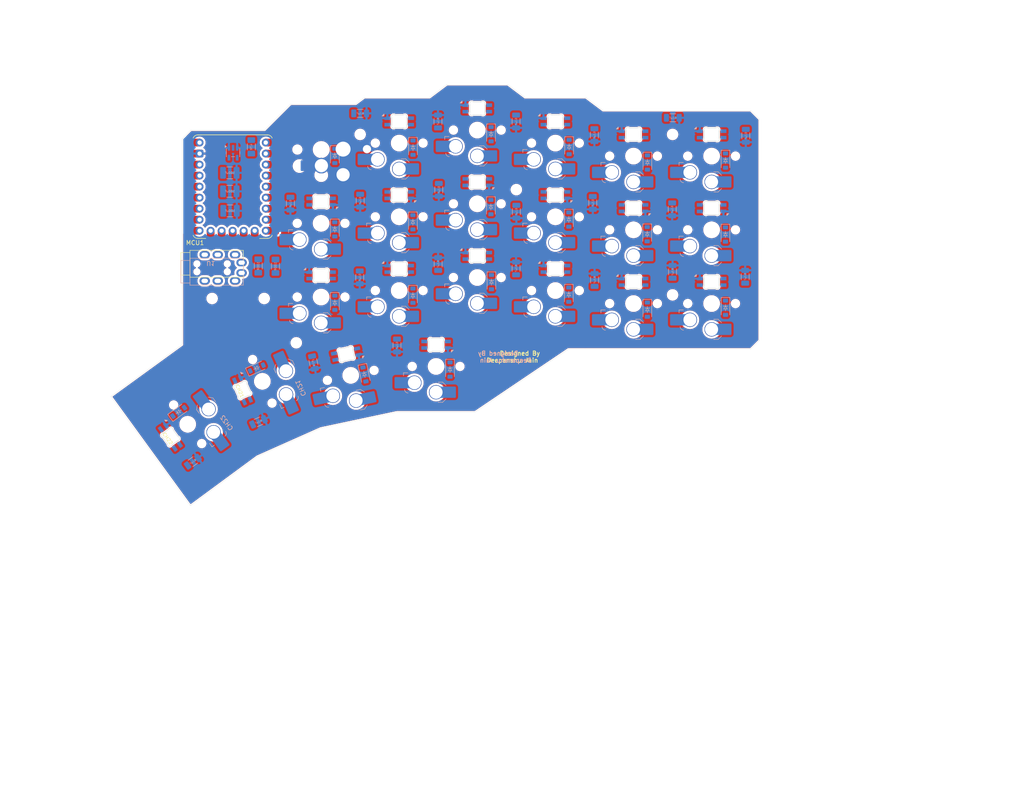
<source format=kicad_pcb>
(kicad_pcb (version 20241229) (generator "pcbnew") (generator_version "9.0")
  (layers (0 "F.Cu" signal) (2 "B.Cu" signal) (13 "F.Paste" user) (15 "B.Paste" user) (5 "F.SilkS" user "F.Silkscreen") (7 "B.SilkS" user "B.Silkscreen") (1 "F.Mask" user) (3 "B.Mask" user) (25 "Edge.Cuts" user))
  (net 0 "")
  (net 1 "TRRS_TX")
  (net 2 "Net-(U1-RING1)")
  (net 3 "Col4")
  (net 4 "Net-(D2-A)")
  (net 5 "Row2")
  (net 6 "Net-(D13-A)")
  (net 7 "Row3")
  (net 8 "Net-(D19-A)")
  (net 9 "Net-(D14-A)")
  (net 10 "Net-(D18-A)")
  (net 11 "Col3")
  (net 12 "Net-(D15-A)")
  (net 13 "5V")
  (net 14 "Net-(LED10-DOUT)")
  (net 15 "Net-(LED10-DIN)")
  (net 16 "GND")
  (net 17 "Net-(LED8-DOUT)")
  (net 18 "Net-(LED7-DOUT)")
  (net 19 "Row1")
  (net 20 "Net-(D9-A)")
  (net 21 "Col1")
  (net 22 "Net-(D8-A)")
  (net 23 "Col5")
  (net 24 "Net-(LED6-DOUT)")
  (net 25 "Net-(LED5-DOUT)")
  (net 26 "Net-(D11-A)")
  (net 27 "Net-(D17-A)")
  (net 28 "Net-(D7-A)")
  (net 29 "Net-(D22-A)")
  (net 30 "Net-(LED16-DOUT)")
  (net 31 "Net-(LED15-DOUT)")
  (net 32 "Net-(D10-A)")
  (net 33 "Col2")
  (net 34 "Net-(D4-A)")
  (net 35 "Net-(LED2-DOUT)")
  (net 36 "Net-(LED1-DOUT)")
  (net 37 "HANDEDNESS")
  (net 38 "Row0")
  (net 39 "Net-(D16-A)")
  (net 40 "Col0")
  (net 41 "Net-(D6-A)")
  (net 43 "LED_IN_STEP")
  (net 46 "TRRS_RX")
  (net 47 "LED_IN")
  (net 48 "Net-(LED1-DIN)")
  (net 49 "Net-(D21-A)")
  (net 50 "Net-(D12-A)")
  (net 51 "Net-(LED14-DOUT)")
  (net 52 "Net-(LED13-DOUT)")
  (net 53 "Net-(D5-A)")
  (net 54 "Net-(U1-RING2)")
  (net 55 "Net-(D3-A)")
  (net 56 "Net-(LED3-DOUT)")
  (net 57 "Net-(LED12-DOUT)")
  (net 58 "LED_OUT")
  (net 59 "Net-(LED21-DOUT)")
  (net 60 "Net-(LED4-DOUT)")
  (net 61 "Net-(LED18-DOUT)")
  (net 62 "Net-(LED17-DOUT)")
  (net 63 "Net-(LED11-DOUT)")
  (net 64 "Net-(D20-A)")
  (net 65 "Net-(LED20-DOUT)")
  (net 66 "Net-(D1-A)")
  (net 67 "Net-(LED19-DOUT)")
  (footprint "PCM_marbastlib-xp-promicroish:RP2040-Matrix_ACH" (layer "F.Cu") (at 70.184428 60.028326)
    (property "Reference" "MCU1" (at -6.5 12.95 0) (layer "F.SilkS") (effects (justify right)))
    (property "Value" "RP2040-Matrix")
    (pad "1" smd roundrect (at -8.92 -10.16) (size 3.5 1.8) (layers "F.Cu" "F.Mask") (net 13 "5V"))
    (pad "1" thru_hole circle (at -7.62 -10.16) (size 1.8 1.8) (drill 1) (layers "*.Cu" "*.Mask") (net 13 "5V"))
    (pad "2" smd roundrect (at -8.92 -7.62) (size 3.5 1.8) (layers "F.Cu" "F.Mask") (net 16 "GND"))
    (pad "2" thru_hole roundrect (at -7.62 -7.62) (size 1.8 1.8) (drill 1) (layers "*.Cu" "*.Mask") (net 16 "GND"))
    (pad "3" smd roundrect (at -8.92 -5.08) (size 3.5 1.8) (layers "F.Cu" "F.Mask"))
    (pad "3" thru_hole circle (at -7.62 -5.08) (size 1.8 1.8) (drill 1) (layers "*.Cu" "*.Mask"))
    (pad "4" smd roundrect (at -8.92 -2.54) (size 3.5 1.8) (layers "F.Cu" "F.Mask") (net 37 "HANDEDNESS"))
    (pad "4" thru_hole circle (at -7.62 -2.54) (size 1.8 1.8) (drill 1) (layers "*.Cu" "*.Mask") (net 37 "HANDEDNESS"))
    (pad "5" smd roundrect (at -8.92 0) (size 3.5 1.8) (layers "F.Cu" "F.Mask") (net 43 "LED_IN_STEP"))
    (pad "5" thru_hole circle (at -7.62 0) (size 1.8 1.8) (drill 1) (layers "*.Cu" "*.Mask") (net 43 "LED_IN_STEP"))
    (pad "6" smd roundrect (at -8.92 2.54) (size 3.5 1.8) (layers "F.Cu" "F.Mask"))
    (pad "6" thru_hole circle (at -7.62 2.54) (size 1.8 1.8) (drill 1) (layers "*.Cu" "*.Mask"))
    (pad "7" smd roundrect (at -8.92 5.08) (size 3.5 1.8) (layers "F.Cu" "F.Mask"))
    (pad "7" thru_hole circle (at -7.62 5.08) (size 1.8 1.8) (drill 1) (layers "*.Cu" "*.Mask"))
    (pad "8" smd roundrect (at -8.92 7.62) (size 3.5 1.8) (layers "F.Cu" "F.Mask"))
    (pad "8" thru_hole circle (at -7.62 7.62) (size 1.8 1.8) (drill 1) (layers "*.Cu" "*.Mask"))
    (pad "9" smd roundrect (at -8.92 10.16) (size 3.5 1.8) (layers "F.Cu" "F.Mask"))
    (pad "9" thru_hole circle (at -7.62 10.16) (size 1.8 1.8) (drill 1) (layers "*.Cu" "*.Mask"))
    (pad "10" thru_hole circle (at 7.62 -10.16 180) (size 1.8 1.8) (drill 1) (layers "*.Cu" "*.Mask"))
    (pad "10" smd roundrect (at 8.92 -10.16 180) (size 3.5 1.8) (layers "F.Cu" "F.Mask"))
    (pad "11" thru_hole circle (at 7.62 -7.62 180) (size 1.8 1.8) (drill 1) (layers "*.Cu" "*.Mask"))
    (pad "11" smd roundrect (at 8.92 -7.62 180) (size 3.5 1.8) (layers "F.Cu" "F.Mask"))
    (pad "12" thru_hole circle (at 7.62 -5.08 180) (size 1.8 1.8) (drill 1) (layers "*.Cu" "*.Mask") (net 38 "Row0"))
    (pad "12" smd roundrect (at 8.92 -5.08 180) (size 3.5 1.8) (layers "F.Cu" "F.Mask") (net 38 "Row0"))
    (pad "13" thru_hole circle (at 7.62 -2.54) (size 1.8 1.8) (drill 1) (layers "*.Cu" "*.Mask") (net 23 "Col5"))
    (pad "13" smd roundrect (at 8.92 -2.54) (size 3.5 1.8) (layers "F.Cu" "F.Mask") (net 23 "Col5"))
    (pad "14" thru_hole circle (at 7.62 0) (size 1.8 1.8) (drill 1) (layers "*.Cu" "*.Mask") (net 3 "Col4"))
    (pad "14" smd roundrect (at 8.92 0) (size 3.5 1.8) (layers "F.Cu" "F.Mask") (net 3 "Col4"))
    (pad "15" thru_hole circle (at 7.62 2.54) (size 1.8 1.8) (drill 1) (layers "*.Cu" "*.Mask") (net 11 "Col3"))
    (pad "15" smd roundrect (at 8.92 2.54) (size 3.5 1.8) (layers "F.Cu" "F.Mask") (net 11 "Col3"))
    (pad "16" thru_hole circle (at 7.62 5.08) (size 1.8 1.8) (drill 1) (layers "*.Cu" "*.Mask") (net 33 "Col2"))
    (pad "16" smd roundrect (at 8.92 5.08) (size 3.5 1.8) (layers "F.Cu" "F.Mask") (net 33 "Col2"))
    (pad "17" thru_hole circle (at 7.62 7.62) (size 1.8 1.8) (drill 1) (layers "*.Cu" "*.Mask") (net 19 "Row1"))
    (pad "17" smd roundrect (at 8.92 7.62) (size 3.5 1.8) (layers "F.Cu" "F.Mask") (net 19 "Row1"))
    (pad "18" thru_hole circle (at 7.62 10.16) (size 1.8 1.8) (drill 1) (layers "*.Cu" "*.Mask") (net 21 "Col1"))
    (pad "18" smd roundrect (at 8.92 10.16) (size 3.5 1.8) (layers "F.Cu" "F.Mask") (net 21 "Col1"))
    (pad "19" thru_hole circle (at -5.08 10.16 270) (size 1.8 1.8) (drill 1) (layers "*.Cu" "*.Mask") (net 1 "TRRS_TX"))
    (pad "19" smd roundrect (at -5.08 11.46 270) (size 3.5 1.8) (layers "F.Cu" "F.Mask") (net 1 "TRRS_TX"))
    (pad "20" thru_hole circle (at -2.54 10.16 270) (size 1.8 1.8) (drill 1) (layers "*.Cu" "*.Mask") (net 46 "TRRS_RX"))
    (pad "20" smd roundrect (at -2.54 11.46 270) (size 3.5 1.8) (layers "F.Cu" "F.Mask") (net 46 "TRRS_RX"))
    (pad "21" thru_hole circle (at 0 10.16 270) (size 1.8 1.8) (drill 1) (layers "*.Cu" "*.Mask") (net 7 "Row3"))
    (pad "21" smd roundrect (at 0 11.46 270) (size 3.5 1.8) (layers "F.Cu" "F.Mask") (net 7 "Row3"))
    (pad "22" thru_hole circle (at 2.54 10.16 270) (size 1.8 1.8) (drill 1) (layers "*.Cu" "*.Mask") (net 5 "Row2"))
    (pad "22" smd roundrect (at 2.54 11.46 270) (size 3.5 1.8) (layers "F.Cu" "F.Mask") (net 5 "Row2"))
    (pad "23" thru_hole circle (at 5.08 10.16 270) (size 1.8 1.8) (drill 1) (layers "*.Cu" "*.Mask") (net 40 "Col0"))
    (pad "23" smd roundrect (at 5.08 11.46 270) (size 3.5 1.8) (layers "F.Cu" "F.Mask") (net 40 "Col0"))
  )
  (footprint "PCM_marbastlib-choc:SW_choc_v1_HS_CPG135001S30_1u" (layer "B.Cu") (at 108.564428 83.988326 180)
    (property "Reference" "CH14")
    (property "Value" "choc_v1_SW_HS")
    (pad "" np_thru_hole circle (at -5.5 0) (size 1.7 1.7) (drill 1.7) (layers "*.Cu" "*.Mask"))
    (pad "" np_thru_hole circle (at 0 0) (size 3.4 3.4) (drill 3.4) (layers "*.Cu" "*.Mask"))
    (pad "" np_thru_hole circle (at 5.5 0) (size 1.7 1.7) (drill 1.7) (layers "*.Cu" "*.Mask"))
    (pad "1" thru_hole circle (at 5 -3.75 180) (size 3.3 3.3) (drill 3) (property pad_prop_mechanical) (layers "*.Cu" "B.Mask") (net 3 "Col4"))
    (pad "1" smd rect (at 6.55 -3.75 180) (size 1.2 2.6) (layers "B.Cu") (net 3 "Col4"))
    (pad "1" smd roundrect (at 8.245 -3.75 180) (size 2.65 2.6) (layers "B.Cu" "B.Mask" "B.Paste") (roundrect_rratio 0.1) (net 3 "Col4"))
    (pad "2" smd roundrect (at -3.245 -5.95 180) (size 2.65 2.6) (layers "B.Cu" "B.Mask" "B.Paste") (roundrect_rratio 0.1) (net 9 "Net-(D14-A)"))
    (pad "2" smd rect (at -1.55 -5.95) (size 1.2 2.6) (layers "B.Cu") (net 9 "Net-(D14-A)"))
    (pad "2" thru_hole circle (at 0 -5.95 180) (size 3.3 3.3) (drill 3) (property pad_prop_mechanical) (layers "*.Cu" "B.Mask") (net 9 "Net-(D14-A)"))
  )
  (footprint "PCM_marbastlib-various:LED_6028R" (layer "B.Cu") (at 108.564428 61.988326 180)
    (property "Reference" "LED11")
    (property "Value" "SK6812MINI-E")
    (fp_line (start 1.699999 -0.702841) (end 1.699999 0.702843) (stroke (width 0.1)) (layer "Edge.Cuts"))
    (fp_line (start 0.794452 1.5) (end -0.794453 1.5) (stroke (width 0.1)) (layer "Edge.Cuts"))
    (fp_line (start -0.794452 -1.499999) (end 0.794452 -1.499999) (stroke (width 0.1)) (layer "Edge.Cuts"))
    (fp_line (start -1.699999 0.702843) (end -1.699999 -0.702841) (stroke (width 0.1)) (layer "Edge.Cuts"))
    (fp_arc (start 1.749484 0.919721) (mid 1.712526 0.814069) (end 1.699999 0.702843) (stroke (width 0.1)) (layer "Edge.Cuts"))
    (fp_arc (start 1.749484 0.919721) (mid 1.638072 1.504036) (end 1.046711 1.5683) (stroke (width 0.1)) (layer "Edge.Cuts"))
    (fp_arc (start 1.699999 -0.702842) (mid 1.712536 -0.814064) (end 1.749484 -0.919719) (stroke (width 0.1)) (layer "Edge.Cuts"))
    (fp_arc (start 1.046711 -1.568296) (mid 1.63807 -1.504033) (end 1.749484 -0.919719) (stroke (width 0.1)) (layer "Edge.Cuts"))
    (fp_arc (start 1.04671 -1.568298) (mid 0.925122 -1.517376) (end 0.794452 -1.499999) (stroke (width 0.1)) (layer "Edge.Cuts"))
    (fp_arc (start 0.794453 1.500001) (mid 0.925123 1.517378) (end 1.046711 1.5683) (stroke (width 0.1)) (layer "Edge.Cuts"))
    (fp_arc (start -0.794452 -1.499999) (mid -0.925123 -1.517376) (end -1.046711 -1.568298) (stroke (width 0.1)) (layer "Edge.Cuts"))
    (fp_arc (start -1.046711 1.568299) (mid -0.925123 1.517377) (end -0.794453 1.5) (stroke (width 0.1)) (layer "Edge.Cuts"))
    (fp_arc (start -1.046711 1.568299) (mid -1.638071 1.504036) (end -1.749484 0.919721) (stroke (width 0.1)) (layer "Edge.Cuts"))
    (fp_arc (start -1.699999 0.702844) (mid -1.712527 0.814069) (end -1.749484 0.919721) (stroke (width 0.1)) (layer "Edge.Cuts"))
    (fp_arc (start -1.749484 -0.919718) (mid -1.638072 -1.504034) (end -1.046711 -1.568298) (stroke (width 0.1)) (layer "Edge.Cuts"))
    (fp_arc (start -1.749484 -0.919719) (mid -1.712527 -0.814067) (end -1.699999 -0.702841) (stroke (width 0.1)) (layer "Edge.Cuts"))
    (pad "1" smd roundrect (at 2.725 0.75 90) (size 0.82 1.35) (layers "B.Cu" "B.Mask" "B.Paste") (roundrect_rratio 0.1) (net 13 "5V"))
    (pad "2" smd roundrect (at 2.725 -0.75 90) (size 0.82 1.35) (layers "B.Cu" "B.Mask" "B.Paste") (roundrect_rratio 0.1) (net 63 "Net-(LED11-DOUT)"))
    (pad "3" smd roundrect (at -2.725 0.75 90) (size 0.82 1.35) (layers "B.Cu" "B.Mask" "B.Paste") (roundrect_rratio 0.1) (net 14 "Net-(LED10-DOUT)"))
    (pad "4" smd roundrect (at -2.725 -0.75 90) (size 0.82 1.35) (layers "B.Cu" "B.Mask" "B.Paste") (roundrect_rratio 0.1) (chamfer_ratio 0.5) (chamfer bottom_left) (net 16 "GND"))
  )
  (footprint "Diode_SMD:D_SOD-123" (layer "B.Cu") (at 147.724428 50.888326 -90)
    (property "Reference" "D4")
    (property "Value" "1N4148W")
    (pad "1" smd roundrect (at -1.65 0 270) (size 0.9 1.2) (layers "B.Cu" "B.Mask" "B.Paste") (net 38 "Row0"))
    (pad "2" smd roundrect (at 1.65 0 270) (size 0.9 1.2) (layers "B.Cu" "B.Mask" "B.Paste") (net 34 "Net-(D4-A)"))
  )
  (footprint "Capacitor_SMD:C_1206_3216Metric" (layer "B.Cu") (at 117.5 45 90)
    (property "Reference" "C2")
    (property "Value" "0.1µF" (at 0 0 270) (layer "B.SilkS") (effects (font (size 0.4 0.4) (thickness 0.05)) (justify mirror)))
    (pad "1" smd roundrect (at -1.475 0 90) (size 1.15 1.8) (layers "B.Cu" "B.Mask" "B.Paste") (roundrect_rratio 0.217391) (net 13 "5V"))
    (pad "2" smd roundrect (at 1.475 0 90) (size 1.15 1.8) (layers "B.Cu" "B.Mask" "B.Paste") (roundrect_rratio 0.217391) (net 16 "GND"))
  )
  (footprint "ScottoKeebs_Scotto:Choc_Hotswap_1.00u" (layer "B.Cu") (at 93.134428 56.228326 180)
    (property "Reference" "REF**" (hide yes))
    (property "Value" "Choc_V1_Plated_1.00u" (hide yes))
    (pad "" np_thru_hole circle (at -8 4.85) (size 1.9 1.9) (drill 1.9) (layers "*.Cu" "*.Mask"))
    (pad "" np_thru_hole circle (at -2.5 4.85) (size 3.45 3.45) (drill 3.45) (layers "*.Cu" "*.Mask"))
    (pad "" np_thru_hole circle (at 3 4.85) (size 1.9 1.9) (drill 1.9) (layers "*.Cu" "*.Mask"))
    (pad "1" smd roundrect (at -5.35 -1.15) (size 3.85 2.5) (layers "B.Cu") (roundrect_rratio 0.1))
    (pad "1" thru_hole circle (at -2.5 -1.05) (size 3.6 3.6) (drill 3.05) (layers "*.Cu" "*.Mask"))
    (pad "2" thru_hole circle (at 2.5 1.05) (size 3.6 3.6) (drill 3.05) (layers "*.Cu" "*.Mask"))
    (pad "2" smd roundrect (at 5.35 1.05) (size 3.85 2.5) (layers "B.Cu") (roundrect_rratio 0.1))
  )
  (footprint "PCM_marbastlib-various:LED_6028R" (layer "B.Cu") (at 162.564428 81.988326)
    (property "Reference" "LED17")
    (property "Value" "SK6812MINI-E")
    (fp_line (start -1.699999 0.702843) (end -1.699999 -0.702841) (stroke (width 0.1)) (layer "Edge.Cuts"))
    (fp_line (start -0.794452 -1.499999) (end 0.794452 -1.499999) (stroke (width 0.1)) (layer "Edge.Cuts"))
    (fp_line (start 0.794452 1.5) (end -0.794453 1.5) (stroke (width 0.1)) (layer "Edge.Cuts"))
    (fp_line (start 1.699999 -0.702841) (end 1.699999 0.702843) (stroke (width 0.1)) (layer "Edge.Cuts"))
    (fp_arc (start -1.749484 -0.919719) (mid -1.712527 -0.814067) (end -1.699999 -0.702841) (stroke (width 0.1)) (layer "Edge.Cuts"))
    (fp_arc (start -1.749484 -0.919718) (mid -1.638072 -1.504034) (end -1.046711 -1.568298) (stroke (width 0.1)) (layer "Edge.Cuts"))
    (fp_arc (start -1.699999 0.702844) (mid -1.712527 0.814069) (end -1.749484 0.919721) (stroke (width 0.1)) (layer "Edge.Cuts"))
    (fp_arc (start -1.046711 1.568299) (mid -1.638071 1.504036) (end -1.749484 0.919721) (stroke (width 0.1)) (layer "Edge.Cuts"))
    (fp_arc (start -1.046711 1.568299) (mid -0.925123 1.517377) (end -0.794453 1.5) (stroke (width 0.1)) (layer "Edge.Cuts"))
    (fp_arc (start -0.794452 -1.499999) (mid -0.925123 -1.517376) (end -1.046711 -1.568298) (stroke (width 0.1)) (layer "Edge.Cuts"))
    (fp_arc (start 0.794453 1.500001) (mid 0.925123 1.517378) (end 1.046711 1.5683) (stroke (width 0.1)) (layer "Edge.Cuts"))
    (fp_arc (start 1.04671 -1.568298) (mid 0.925122 -1.517376) (end 0.794452 -1.499999) (stroke (width 0.1)) (layer "Edge.Cuts"))
    (fp_arc (start 1.046711 -1.568296) (mid 1.63807 -1.504033) (end 1.749484 -0.919719) (stroke (width 0.1)) (layer "Edge.Cuts"))
    (fp_arc (start 1.699999 -0.702842) (mid 1.712536 -0.814064) (end 1.749484 -0.919719) (stroke (width 0.1)) (layer "Edge.Cuts"))
    (fp_arc (start 1.749484 0.919721) (mid 1.638072 1.504036) (end 1.046711 1.5683) (stroke (width 0.1)) (layer "Edge.Cuts"))
    (fp_arc (start 1.749484 0.919721) (mid 1.712526 0.814069) (end 1.699999 0.702843) (stroke (width 0.1)) (layer "Edge.Cuts"))
    (pad "1" smd roundrect (at 2.725 0.75 270) (size 0.82 1.35) (layers "B.Cu" "B.Mask" "B.Paste") (roundrect_rratio 0.1) (net 13 "5V"))
    (pad "2" smd roundrect (at 2.725 -0.75 270) (size 0.82 1.35) (layers "B.Cu" "B.Mask" "B.Paste") (roundrect_rratio 0.1) (net 62 "Net-(LED17-DOUT)"))
    (pad "3" smd roundrect (at -2.725 0.75 270) (size 0.82 1.35) (layers "B.Cu" "B.Mask" "B.Paste") (roundrect_rratio 0.1) (net 30 "Net-(LED16-DOUT)"))
    (pad "4" smd roundrect (at -2.725 -0.75 270) (size 0.82 1.35) (layers "B.Cu" "B.Mask" "B.Paste") (roundrect_rratio 0.1) (chamfer_ratio 0.5) (chamfer bottom_left) (net 16 "GND"))
  )
  (footprint "Diode_SMD:D_SOD-123" (layer "B.Cu") (at 183.764428 87.960826 -90)
    (property "Reference" "D18")
    (property "Value" "1N4148W")
    (pad "1" smd roundrect (at -1.65 0 270) (size 0.9 1.2) (layers "B.Cu" "B.Mask" "B.Paste") (net 5 "Row2"))
    (pad "2" smd roundrect (at 1.65 0 270) (size 0.9 1.2) (layers "B.Cu" "B.Mask" "B.Paste") (net 10 "Net-(D18-A)"))
  )
  (footprint "MountingHole:MountingHole_2.2mm_M2" (layer "B.Cu") (at 84.844428 96.038326 180)
    (property "Reference" "H5")
    (property "Value" "MountingHole")
    (fp_circle (center 0 0) (end 1.1 0) (stroke (width 0.01)) (fill no) (layer "Edge.Cuts"))
    (pad "" np_thru_hole circle (at 0 0 180) (size 2.2 2.2) (drill 2.2) (layers "*.Cu" "*.Mask"))
  )
  (footprint "PCM_marbastlib-choc:SW_choc_v1_HS_CPG135001S30_1u" (layer "B.Cu") (at 97.394428 103.548326 -168)
    (property "Reference" "CH20")
    (property "Value" "choc_v1_SW_HS")
    (pad "" np_thru_hole circle (at -5.5 0 12) (size 1.7 1.7) (drill 1.7) (layers "*.Cu" "*.Mask"))
    (pad "" np_thru_hole circle (at 0 0 12) (size 3.4 3.4) (drill 3.4) (layers "*.Cu" "*.Mask"))
    (pad "" np_thru_hole circle (at 5.5 0 12) (size 1.7 1.7) (drill 1.7) (layers "*.Cu" "*.Mask"))
    (pad "1" thru_hole circle (at 5 -3.75 192) (size 3.3 3.3) (drill 3) (property pad_prop_mechanical) (layers "*.Cu" "B.Mask") (net 11 "Col3"))
    (pad "1" smd rect (at 6.55 -3.75 192) (size 1.2 2.6) (layers "B.Cu") (net 11 "Col3"))
    (pad "1" smd roundrect (at 8.245 -3.75 192) (size 2.65 2.6) (layers "B.Cu" "B.Mask" "B.Paste") (roundrect_rratio 0.1) (net 11 "Col3"))
    (pad "2" smd roundrect (at -3.245 -5.95 192) (size 2.65 2.6) (layers "B.Cu" "B.Mask" "B.Paste") (roundrect_rratio 0.1) (net 64 "Net-(D20-A)"))
    (pad "2" smd rect (at -1.55 -5.95 12) (size 1.2 2.6) (layers "B.Cu") (net 64 "Net-(D20-A)"))
    (pad "2" thru_hole circle (at 0 -5.95 192) (size 3.3 3.3) (drill 3) (property pad_prop_mechanical) (layers "*.Cu" "B.Mask") (net 64 "Net-(D20-A)"))
  )
  (footprint "Diode_SMD:D_SOD-123" (layer "B.Cu") (at 183.754428 71.078326 -90)
    (property "Reference" "D7")
    (property "Value" "1N4148W")
    (pad "1" smd roundrect (at -1.65 0 270) (size 0.9 1.2) (layers "B.Cu" "B.Mask" "B.Paste") (net 19 "Row1"))
    (pad "2" smd roundrect (at 1.65 0 270) (size 0.9 1.2) (layers "B.Cu" "B.Mask" "B.Paste") (net 28 "Net-(D7-A)"))
  )
  (footprint "PCM_marbastlib-choc:SW_choc_v1_HS_CPG135001S30_1u" (layer "B.Cu") (at 90.564428 68.488326 180)
    (property "Reference" "CH12")
    (property "Value" "choc_v1_SW_HS")
    (pad "" np_thru_hole circle (at -5.5 0) (size 1.7 1.7) (drill 1.7) (layers "*.Cu" "*.Mask"))
    (pad "" np_thru_hole circle (at 0 0) (size 3.4 3.4) (drill 3.4) (layers "*.Cu" "*.Mask"))
    (pad "" np_thru_hole circle (at 5.5 0) (size 1.7 1.7) (drill 1.7) (layers "*.Cu" "*.Mask"))
    (pad "1" thru_hole circle (at 5 -3.75 180) (size 3.3 3.3) (drill 3) (property pad_prop_mechanical) (layers "*.Cu" "B.Mask") (net 23 "Col5"))
    (pad "1" smd rect (at 6.55 -3.75 180) (size 1.2 2.6) (layers "B.Cu") (net 23 "Col5"))
    (pad "1" smd roundrect (at 8.245 -3.75 180) (size 2.65 2.6) (layers "B.Cu" "B.Mask" "B.Paste") (roundrect_rratio 0.1) (net 23 "Col5"))
    (pad "2" smd roundrect (at -3.245 -5.95 180) (size 2.65 2.6) (layers "B.Cu" "B.Mask" "B.Paste") (roundrect_rratio 0.1) (net 50 "Net-(D12-A)"))
    (pad "2" smd rect (at -1.55 -5.95) (size 1.2 2.6) (layers "B.Cu") (net 50 "Net-(D12-A)"))
    (pad "2" thru_hole circle (at 0 -5.95 180) (size 3.3 3.3) (drill 3) (property pad_prop_mechanical) (layers "*.Cu" "B.Mask") (net 50 "Net-(D12-A)"))
  )
  (footprint "Capacitor_SMD:C_1210_3225Metric_Pad1.33x2.70mm_HandSolder" (layer "B.Cu") (at 69.574428 65.608326 180)
    (property "Reference" "C25")
    (property "Value" "100uF" (at 0 0 0) (layer "B.SilkS") (effects (font (size 0.5 0.5) (thickness 0.0625)) (justify mirror)))
    (pad "1" smd roundrect (at -1.5625 0 180) (size 1.325 2.7) (layers "B.Cu" "B.Mask" "B.Paste") (roundrect_rratio 0.188679) (net 16 "GND"))
    (pad "2" smd roundrect (at 1.5625 0 180) (size 1.325 2.7) (layers "B.Cu" "B.Mask" "B.Paste") (roundrect_rratio 0.188679) (net 13 "5V"))
  )
  (footprint "Capacitor_SMD:C_1206_3216Metric" (layer "B.Cu") (at 117.534428 77.878326 90)
    (property "Reference" "C14")
    (property "Value" "0.1µF" (at 0 0 270) (layer "B.SilkS") (effects (font (size 0.4 0.4) (thickness 0.05)) (justify mirror)))
    (pad "1" smd roundrect (at -1.475 0 90) (size 1.15 1.8) (layers "B.Cu" "B.Mask" "B.Paste") (roundrect_rratio 0.217391) (net 13 "5V"))
    (pad "2" smd roundrect (at 1.475 0 90) (size 1.15 1.8) (layers "B.Cu" "B.Mask" "B.Paste") (roundrect_rratio 0.217391) (net 16 "GND"))
  )
  (footprint "PCM_marbastlib-various:LED_6028R" (layer "B.Cu") (at 126.564428 41.988326)
    (property "Reference" "LED3")
    (property "Value" "SK6812MINI-E")
    (fp_line (start -1.699999 0.702843) (end -1.699999 -0.702841) (stroke (width 0.1)) (layer "Edge.Cuts"))
    (fp_line (start -0.794452 -1.499999) (end 0.794452 -1.499999) (stroke (width 0.1)) (layer "Edge.Cuts"))
    (fp_line (start 0.794452 1.5) (end -0.794453 1.5) (stroke (width 0.1)) (layer "Edge.Cuts"))
    (fp_line (start 1.699999 -0.702841) (end 1.699999 0.702843) (stroke (width 0.1)) (layer "Edge.Cuts"))
    (fp_arc (start -1.749484 -0.919719) (mid -1.712527 -0.814067) (end -1.699999 -0.702841) (stroke (width 0.1)) (layer "Edge.Cuts"))
    (fp_arc (start -1.749484 -0.919718) (mid -1.638072 -1.504034) (end -1.046711 -1.568298) (stroke (width 0.1)) (layer "Edge.Cuts"))
    (fp_arc (start -1.699999 0.702844) (mid -1.712527 0.814069) (end -1.749484 0.919721) (stroke (width 0.1)) (layer "Edge.Cuts"))
    (fp_arc (start -1.046711 1.568299) (mid -1.638071 1.504036) (end -1.749484 0.919721) (stroke (width 0.1)) (layer "Edge.Cuts"))
    (fp_arc (start -1.046711 1.568299) (mid -0.925123 1.517377) (end -0.794453 1.5) (stroke (width 0.1)) (layer "Edge.Cuts"))
    (fp_arc (start -0.794452 -1.499999) (mid -0.925123 -1.517376) (end -1.046711 -1.568298) (stroke (width 0.1)) (layer "Edge.Cuts"))
    (fp_arc (start 0.794453 1.500001) (mid 0.925123 1.517378) (end 1.046711 1.5683) (stroke (width 0.1)) (layer "Edge.Cuts"))
    (fp_arc (start 1.04671 -1.568298) (mid 0.925122 -1.517376) (end 0.794452 -1.499999) (stroke (width 0.1)) (layer "Edge.Cuts"))
    (fp_arc (start 1.046711 -1.568296) (mid 1.63807 -1.504033) (end 1.749484 -0.919719) (stroke (width 0.1)) (layer "Edge.Cuts"))
    (fp_arc (start 1.699999 -0.702842) (mid 1.712536 -0.814064) (end 1.749484 -0.919719) (stroke (width 0.1)) (layer "Edge.Cuts"))
    (fp_arc (start 1.749484 0.919721) (mid 1.638072 1.504036) (end 1.046711 1.5683) (stroke (width 0.1)) (layer "Edge.Cuts"))
    (fp_arc (start 1.749484 0.919721) (mid 1.712526 0.814069) (end 1.699999 0.702843) (stroke (width 0.1)) (layer "Edge.Cuts"))
    (pad "1" smd roundrect (at 2.725 0.75 270) (size 0.82 1.35) (layers "B.Cu" "B.Mask" "B.Paste") (roundrect_rratio 0.1) (net 13 "5V"))
    (pad "2" smd roundrect (at 2.725 -0.75 270) (size 0.82 1.35) (layers "B.Cu" "B.Mask" "B.Paste") (roundrect_rratio 0.1) (net 56 "Net-(LED3-DOUT)"))
    (pad "3" smd roundrect (at -2.725 0.75 270) (size 0.82 1.35) (layers "B.Cu" "B.Mask" "B.Paste") (roundrect_rratio 0.1) (net 35 "Net-(LED2-DOUT)"))
    (pad "4" smd roundrect (at -2.725 -0.75 270) (size 0.82 1.35) (layers "B.Cu" "B.Mask" "B.Paste") (roundrect_rratio 0.1) (chamfer_ratio 0.5) (chamfer bottom_left) (net 16 "GND"))
  )
  (footprint "Diode_SMD:D_SOD-123" (layer "B.Cu") (at 111.724428 85.178326 -90)
    (property "Reference" "D14")
    (property "Value" "1N4148W")
    (pad "1" smd roundrect (at -1.65 0 270) (size 0.9 1.2) (layers "B.Cu" "B.Mask" "B.Paste") (net 5 "Row2"))
    (pad "2" smd roundrect (at 1.65 0 270) (size 0.9 1.2) (layers "B.Cu" "B.Mask" "B.Paste") (net 9 "Net-(D14-A)"))
  )
  (footprint "Capacitor_SMD:C_1206_3216Metric" (layer "B.Cu") (at 117.694428 60.768326 90)
    (property "Reference" "C10")
    (property "Value" "0.1µF" (at 0 0 270) (layer "B.SilkS") (effects (font (size 0.4 0.4) (thickness 0.05)) (justify mirror)))
    (pad "1" smd roundrect (at -1.475 0 90) (size 1.15 1.8) (layers "B.Cu" "B.Mask" "B.Paste") (roundrect_rratio 0.217391) (net 16 "GND"))
    (pad "2" smd roundrect (at 1.475 0 90) (size 1.15 1.8) (layers "B.Cu" "B.Mask" "B.Paste") (roundrect_rratio 0.217391) (net 13 "5V"))
  )
  (footprint "Diode_SMD:D_SOD-123" (layer "B.Cu") (at 183.764428 54.018326 -90)
    (property "Reference" "D6")
    (property "Value" "1N4148W")
    (pad "1" smd roundrect (at -1.65 0 270) (size 0.9 1.2) (layers "B.Cu" "B.Mask" "B.Paste") (net 38 "Row0"))
    (pad "2" smd roundrect (at 1.65 0 270) (size 0.9 1.2) (layers "B.Cu" "B.Mask" "B.Paste") (net 41 "Net-(D6-A)"))
  )
  (footprint "PCM_marbastlib-choc:SW_choc_v1_HS_CPG135001S30_1u" (layer "B.Cu") (at 126.564428 80.988326 180)
    (property "Reference" "CH15")
    (property "Value" "choc_v1_SW_HS")
    (pad "" np_thru_hole circle (at -5.5 0) (size 1.7 1.7) (drill 1.7) (layers "*.Cu" "*.Mask"))
    (pad "" np_thru_hole circle (at 0 0) (size 3.4 3.4) (drill 3.4) (layers "*.Cu" "*.Mask"))
    (pad "" np_thru_hole circle (at 5.5 0) (size 1.7 1.7) (drill 1.7) (layers "*.Cu" "*.Mask"))
    (pad "1" thru_hole circle (at 5 -3.75 180) (size 3.3 3.3) (drill 3) (property pad_prop_mechanical) (layers "*.Cu" "B.Mask") (net 11 "Col3"))
    (pad "1" smd rect (at 6.55 -3.75 180) (size 1.2 2.6) (layers "B.Cu") (net 11 "Col3"))
    (pad "1" smd roundrect (at 8.245 -3.75 180) (size 2.65 2.6) (layers "B.Cu" "B.Mask" "B.Paste") (roundrect_rratio 0.1) (net 11 "Col3"))
    (pad "2" smd roundrect (at -3.245 -5.95 180) (size 2.65 2.6) (layers "B.Cu" "B.Mask" "B.Paste") (roundrect_rratio 0.1) (net 12 "Net-(D15-A)"))
    (pad "2" smd rect (at -1.55 -5.95) (size 1.2 2.6) (layers "B.Cu") (net 12 "Net-(D15-A)"))
    (pad "2" thru_hole circle (at 0 -5.95 180) (size 3.3 3.3) (drill 3) (property pad_prop_mechanical) (layers "*.Cu" "B.Mask") (net 12 "Net-(D15-A)"))
  )
  (footprint "Diode_SMD:D_SOD-123" (layer "B.Cu") (at 75.734428 101.858326 24)
    (property "Reference" "D21")
    (property "Value" "1N4148W")
    (pad "1" smd roundrect (at -1.65 0 24) (size 0.9 1.2) (layers "B.Cu" "B.Mask" "B.Paste") (net 7 "Row3"))
    (pad "2" smd roundrect (at 1.65 0 24) (size 0.9 1.2) (layers "B.Cu" "B.Mask" "B.Paste") (net 49 "Net-(D21-A)"))
  )
  (footprint "Resistor_SMD:R_1206_3216Metric_Pad1.30x1.75mm_HandSolder" (layer "B.Cu") (at 74.484428 50.848326 90)
    (property "Reference" "R3")
    (property "Value" "47R" (at 0 0 270) (layer "B.SilkS") (effects (font (size 0.5 0.5) (thickness 0.0625)) (justify mirror)))
    (pad "1" smd roundrect (at -1.55 0 90) (size 1.3 1.75) (layers "B.Cu" "B.Mask" "B.Paste") (roundrect_rratio 0.192308) (net 47 "LED_IN"))
    (pad "2" smd roundrect (at 1.55 0 90) (size 1.3 1.75) (layers "B.Cu" "B.Mask" "B.Paste") (roundrect_rratio 0.192308) (net 48 "Net-(LED1-DIN)"))
  )
  (footprint "PCM_marbastlib-various:LED_6028R" (layer "B.Cu") (at 180.564428 47.988326)
    (property "Reference" "LED6")
    (property "Value" "SK6812MINI-E")
    (fp_line (start -1.699999 0.702843) (end -1.699999 -0.702841) (stroke (width 0.1)) (layer "Edge.Cuts"))
    (fp_line (start -0.794452 -1.499999) (end 0.794452 -1.499999) (stroke (width 0.1)) (layer "Edge.Cuts"))
    (fp_line (start 0.794452 1.5) (end -0.794453 1.5) (stroke (width 0.1)) (layer "Edge.Cuts"))
    (fp_line (start 1.699999 -0.702841) (end 1.699999 0.702843) (stroke (width 0.1)) (layer "Edge.Cuts"))
    (fp_arc (start -1.749484 -0.919719) (mid -1.712527 -0.814067) (end -1.699999 -0.702841) (stroke (width 0.1)) (layer "Edge.Cuts"))
    (fp_arc (start -1.749484 -0.919718) (mid -1.638072 -1.504034) (end -1.046711 -1.568298) (stroke (width 0.1)) (layer "Edge.Cuts"))
    (fp_arc (start -1.699999 0.702844) (mid -1.712527 0.814069) (end -1.749484 0.919721) (stroke (width 0.1)) (layer "Edge.Cuts"))
    (fp_arc (start -1.046711 1.568299) (mid -1.638071 1.504036) (end -1.749484 0.919721) (stroke (width 0.1)) (layer "Edge.Cuts"))
    (fp_arc (start -1.046711 1.568299) (mid -0.925123 1.517377) (end -0.794453 1.5) (stroke (width 0.1)) (layer "Edge.Cuts"))
    (fp_arc (start -0.794452 -1.499999) (mid -0.925123 -1.517376) (end -1.046711 -1.568298) (stroke (width 0.1)) (layer "Edge.Cuts"))
    (fp_arc (start 0.794453 1.500001) (mid 0.925123 1.517378) (end 1.046711 1.5683) (stroke (width 0.1)) (layer "Edge.Cuts"))
    (fp_arc (start 1.04671 -1.568298) (mid 0.925122 -1.517376) (end 0.794452 -1.499999) (stroke (width 0.1)) (layer "Edge.Cuts"))
    (fp_arc (start 1.046711 -1.568296) (mid 1.63807 -1.504033) (end 1.749484 -0.919719) (stroke (width 0.1)) (layer "Edge.Cuts"))
    (fp_arc (start 1.699999 -0.702842) (mid 1.712536 -0.814064) (end 1.749484 -0.919719) (stroke (width 0.1)) (layer "Edge.Cuts"))
    (fp_arc (start 1.749484 0.919721) (mid 1.638072 1.504036) (end 1.046711 1.5683) (stroke (width 0.1)) (layer "Edge.Cuts"))
    (fp_arc (start 1.749484 0.919721) (mid 1.712526 0.814069) (end 1.699999 0.702843) (stroke (width 0.1)) (layer "Edge.Cuts"))
    (pad "1" smd roundrect (at 2.725 0.75 270) (size 0.82 1.35) (layers "B.Cu" "B.Mask" "B.Paste") (roundrect_rratio 0.1) (net 13 "5V"))
    (pad "2" smd roundrect (at 2.725 -0.75 270) (size 0.82 1.35) (layers "B.Cu" "B.Mask" "B.Paste") (roundrect_rratio 0.1) (net 24 "Net-(LED6-DOUT)"))
    (pad "3" smd roundrect (at -2.725 0.75 270) (size 0.82 1.35) (layers "B.Cu" "B.Mask" "B.Paste") (roundrect_rratio 0.1) (net 25 "Net-(LED5-DOUT)"))
    (pad "4" smd roundrect (at -2.725 -0.75 270) (size 0.82 1.35) (layers "B.Cu" "B.Mask" "B.Paste") (roundrect_rratio 0.1) (chamfer_ratio 0.5) (chamfer bottom_left) (net 16 "GND"))
  )
  (footprint "Diode_SMD:D_SOD-123" (layer "B.Cu") (at 57.734428 111.968326 36)
    (property "Reference" "D22")
    (property "Value" "1N4148W")
    (pad "1" smd roundrect (at -1.65 0 36) (size 0.9 1.2) (layers "B.Cu" "B.Mask" "B.Paste") (net 7 "Row3"))
    (pad "2" smd roundrect (at 1.65 0 36) (size 0.9 1.2) (layers "B.Cu" "B.Mask" "B.Paste") (net 29 "Net-(D22-A)"))
  )
  (footprint "Capacitor_SMD:C_1206_3216Metric" (layer "B.Cu") (at 88.794428 100.578326 102)
    (property "Reference" "C20")
    (property "Value" "0.1µF" (at 0 0 282) (layer "B.SilkS") (effects (font (size 0.4 0.4) (thickness 0.05)) (justify mirror)))
    (pad "1" smd roundrect (at -1.475 0 102) (size 1.15 1.8) (layers "B.Cu" "B.Mask" "B.Paste") (roundrect_rratio 0.217391) (net 16 "GND"))
    (pad "2" smd roundrect (at 1.475 0 102) (size 1.15 1.8) (layers "B.Cu" "B.Mask" "B.Paste") (roundrect_rratio 0.217391) (net 13 "5V"))
  )
  (footprint "PCM_marbastlib-choc:SW_choc_v1_HS_CPG135001S30_1.5u" (layer "B.Cu") (at 77.024428 104.918326 -66)
    (property "Reference" "CH21" (at 5 -7.4 114) (layer "B.SilkS") (effects (justify mirror)))
    (property "Value" "choc_v1_SW_HS")
    (fp_text user "${REFERENCE}" (at -0.06 5.69 114) (layer "F.SilkS") (effects (font (size 0.8 0.8) (thickness 0.12))))
    (pad "" np_thru_hole circle (at -5.5 0 114) (size 1.7 1.7) (drill 1.7) (layers "*.Cu" "*.Mask"))
    (pad "" np_thru_hole circle (at 0 0 114) (size 3.4 3.4) (drill 3.4) (layers "*.Cu" "*.Mask"))
    (pad "" np_thru_hole circle (at 5.5 0 114) (size 1.7 1.7) (drill 1.7) (layers "*.Cu" "*.Mask"))
    (pad "1" thru_hole circle (at 5 -3.75 294) (size 3.3 3.3) (drill 3) (property pad_prop_mechanical) (layers "*.Cu" "B.Mask") (net 3 "Col4"))
    (pad "1" smd rect (at 6.549999 -3.75 294) (size 1.2 2.6) (layers "B.Cu") (net 3 "Col4"))
    (pad "1" smd roundrect (at 8.245 -3.75 294) (size 2.65 2.6) (layers "B.Cu" "B.Mask" "B.Paste") (roundrect_rratio 0.1) (net 3 "Col4"))
    (pad "2" smd roundrect (at -3.245 -5.95 294) (size 2.65 2.6) (layers "B.Cu" "B.Mask" "B.Paste") (roundrect_rratio 0.1) (net 49 "Net-(D21-A)"))
    (pad "2" smd rect (at -1.549999 -5.95 114) (size 1.2 2.6) (layers "B.Cu") (net 49 "Net-(D21-A)"))
    (pad "2" thru_hole circle (at 0 -5.95 294) (size 3.3 3.3) (drill 3) (property pad_prop_mechanical) (layers "*.Cu" "B.Mask") (net 49 "Net-(D21-A)"))
  )
  (footprint "Capacitor_SMD:C_1206_3216Metric" (layer "B.Cu") (at 99.474428 80.958326 -90)
    (property "Reference" "C13")
    (property "Value" "0.1µF" (at 0 0 90) (layer "B.SilkS") (effects (font (size 0.4 0.4) (thickness 0.05)) (justify mirror)))
    (pad "1" smd roundrect (at -1.475 0 270) (size 1.15 1.8) (layers "B.Cu" "B.Mask" "B.Paste") (roundrect_rratio 0.217391) (net 13 "5V"))
    (pad "2" smd roundrect (at 1.475 0 270) (size 1.15 1.8) (layers "B.Cu" "B.Mask" "B.Paste") (roundrect_rratio 0.217391) (net 16 "GND"))
  )
  (footprint "PCM_marbastlib-choc:SW_choc_v1_HS_CPG135001S30_1u" (layer "B.Cu") (at 126.564428 46.988326 180)
    (property "Reference" "CH3")
    (property "Value" "choc_v1_SW_HS")
    (pad "" np_thru_hole circle (at -5.5 0) (size 1.7 1.7) (drill 1.7) (layers "*.Cu" "*.Mask"))
    (pad "" np_thru_hole circle (at 0 0) (size 3.4 3.4) (drill 3.4) (layers "*.Cu" "*.Mask"))
    (pad "" np_thru_hole circle (at 5.5 0) (size 1.7 1.7) (drill 1.7) (layers "*.Cu" "*.Mask"))
    (pad "1" thru_hole circle (at 5 -3.75 180) (size 3.3 3.3) (drill 3) (property pad_prop_mechanical) (layers "*.Cu" "B.Mask") (net 11 "Col3"))
    (pad "1" smd rect (at 6.55 -3.75 180) (size 1.2 2.6) (layers "B.Cu") (net 11 "Col3"))
    (pad "1" smd roundrect (at 8.245 -3.75 180) (size 2.65 2.6) (layers "B.Cu" "B.Mask" "B.Paste") (roundrect_rratio 0.1) (net 11 "Col3"))
    (pad "2" smd roundrect (at -3.245 -5.95 180) (size 2.65 2.6) (layers "B.Cu" "B.Mask" "B.Paste") (roundrect_rratio 0.1) (net 55 "Net-(D3-A)"))
    (pad "2" smd rect (at -1.55 -5.95) (size 1.2 2.6) (layers "B.Cu") (net 55 "Net-(D3-A)"))
    (pad "2" thru_hole circle (at 0 -5.95 180) (size 3.3 3.3) (drill 3) (property pad_prop_mechanical) (layers "*.Cu" "B.Mask") (net 55 "Net-(D3-A)"))
  )
  (footprint "Capacitor_SMD:C_1206_3216Metric" (layer "B.Cu") (at 188.294428 80.808326 90)
    (property "Reference" "C18")
    (property "Value" "0.1µF" (at 0 0 270) (layer "B.SilkS") (effects (font (size 0.4 0.4) (thickness 0.05)) (justify mirror)))
    (pad "1" smd roundrect (at -1.475 0 90) (size 1.15 1.8) (layers "B.Cu" "B.Mask" "B.Paste") (roundrect_rratio 0.217391) (net 13 "5V"))
    (pad "2" smd roundrect (at 1.475 0 90) (size 1.15 1.8) (layers "B.Cu" "B.Mask" "B.Paste") (roundrect_rratio 0.217391) (net 16 "GND"))
  )
  (footprint "Capacitor_SMD:C_1206_3216Metric" (layer "B.Cu") (at 83.494428 63.948326 90)
    (property "Reference" "C12")
    (property "Value" "0.1µF" (at 0 0 270) (layer "B.SilkS") (effects (font (size 0.4 0.4) (thickness 0.05)) (justify mirror)))
    (pad "1" smd roundrect (at -1.475 0 90) (size 1.15 1.8) (layers "B.Cu" "B.Mask" "B.Paste") (roundrect_rratio 0.217391) (net 16 "GND"))
    (pad "2" smd roundrect (at 1.475 0 90) (size 1.15 1.8) (layers "B.Cu" "B.Mask" "B.Paste") (roundrect_rratio 0.217391) (net 13 "5V"))
  )
  (footprint "PCM_marbastlib-choc:SW_choc_v1_HS_CPG135001S30_1u" (layer "B.Cu") (at 180.564428 86.988326 180)
    (property "Reference" "CH18")
    (property "Value" "choc_v1_SW_HS")
    (pad "" np_thru_hole circle (at -5.5 0) (size 1.7 1.7) (drill 1.7) (layers "*.Cu" "*.Mask"))
    (pad "" np_thru_hole circle (at 0 0) (size 3.4 3.4) (drill 3.4) (layers "*.Cu" "*.Mask"))
    (pad "" np_thru_hole circle (at 5.5 0) (size 1.7 1.7) (drill 1.7) (layers "*.Cu" "*.Mask"))
    (pad "1" thru_hole circle (at 5 -3.75 180) (size 3.3 3.3) (drill 3) (property pad_prop_mechanical) (layers "*.Cu" "B.Mask") (net 40 "Col0"))
    (pad "1" smd rect (at 6.55 -3.75 180) (size 1.2 2.6) (layers "B.Cu") (net 40 "Col0"))
    (pad "1" smd roundrect (at 8.245 -3.75 180) (size 2.65 2.6) (layers "B.Cu" "B.Mask" "B.Paste") (roundrect_rratio 0.1) (net 40 "Col0"))
    (pad "2" smd roundrect (at -3.245 -5.95 180) (size 2.65 2.6) (layers "B.Cu" "B.Mask" "B.Paste") (roundrect_rratio 0.1) (net 10 "Net-(D18-A)"))
    (pad "2" smd rect (at -1.55 -5.95) (size 1.2 2.6) (layers "B.Cu") (net 10 "Net-(D18-A)"))
    (pad "2" thru_hole circle (at 0 -5.95 180) (size 3.3 3.3) (drill 3) (property pad_prop_mechanical) (layers "*.Cu" "B.Mask") (net 10 "Net-(D18-A)"))
  )
  (footprint "Capacitor_SMD:C_1206_3216Metric" (layer "B.Cu") (at 171.624428 44.148326)
    (property "Reference" "C5")
    (property "Value" "0.1µF" (at 0 0 180) (layer "B.SilkS") (effects (font (size 0.4 0.4) (thickness 0.05)) (justify mirror)))
    (pad "1" smd roundrect (at -1.475 0) (size 1.15 1.8) (layers "B.Cu" "B.Mask" "B.Paste") (roundrect_rratio 0.217391) (net 13 "5V"))
    (pad "2" smd roundrect (at 1.475 0) (size 1.15 1.8) (layers "B.Cu" "B.Mask" "B.Paste") (roundrect_rratio 0.217391) (net 16 "GND"))
  )
  (footprint "PCM_marbastlib-choc:SW_choc_v1_HS_CPG135001S30_1u" (layer "B.Cu") (at 162.564428 52.988326 180)
    (property "Reference" "CH5")
    (property "Value" "choc_v1_SW_HS")
    (pad "" np_thru_hole circle (at -5.5 0) (size 1.7 1.7) (drill 1.7) (layers "*.Cu" "*.Mask"))
    (pad "" np_thru_hole circle (at 0 0) (size 3.4 3.4) (drill 3.4) (layers "*.Cu" "*.Mask"))
    (pad "" np_thru_hole circle (at 5.5 0) (size 1.7 1.7) (drill 1.7) (layers "*.Cu" "*.Mask"))
    (pad "1" thru_hole circle (at 5 -3.75 180) (size 3.3 3.3) (drill 3) (property pad_prop_mechanical) (layers "*.Cu" "B.Mask") (net 21 "Col1"))
    (pad "1" smd rect (at 6.55 -3.75 180) (size 1.2 2.6) (layers "B.Cu") (net 21 "Col1"))
    (pad "1" smd roundrect (at 8.245 -3.75 180) (size 2.65 2.6) (layers "B.Cu" "B.Mask" "B.Paste") (roundrect_rratio 0.1) (net 21 "Col1"))
    (pad "2" smd roundrect (at -3.245 -5.95 180) (size 2.65 2.6) (layers "B.Cu" "B.Mask" "B.Paste") (roundrect_rratio 0.1) (net 53 "Net-(D5-A)"))
    (pad "2" smd rect (at -1.55 -5.95) (size 1.2 2.6) (layers "B.Cu") (net 53 "Net-(D5-A)"))
    (pad "2" thru_hole circle (at 0 -5.95 180) (size 3.3 3.3) (drill 3) (property pad_prop_mechanical) (layers "*.Cu" "B.Mask") (net 53 "Net-(D5-A)"))
  )
  (footprint "PCM_marbastlib-choc:SW_choc_v1_HS_CPG135001S30_1u" (layer "B.Cu") (at 162.564428 69.988326 180)
    (property "Reference" "CH8")
    (property "Value" "choc_v1_SW_HS")
    (pad "" np_thru_hole circle (at -5.5 0) (size 1.7 1.7) (drill 1.7) (layers "*.Cu" "*.Mask"))
    (pad "" np_thru_hole circle (at 0 0) (size 3.4 3.4) (drill 3.4) (layers "*.Cu" "*.Mask"))
    (pad "" np_thru_hole circle (at 5.5 0) (size 1.7 1.7) (drill 1.7) (layers "*.Cu" "*.Mask"))
    (pad "1" thru_hole circle (at 5 -3.75 180) (size 3.3 3.3) (drill 3) (property pad_prop_mechanical) (layers "*.Cu" "B.Mask") (net 21 "Col1"))
    (pad "1" smd rect (at 6.55 -3.75 180) (size 1.2 2.6) (layers "B.Cu") (net 21 "Col1"))
    (pad "1" smd roundrect (at 8.245 -3.75 180) (size 2.65 2.6) (layers "B.Cu" "B.Mask" "B.Paste") (roundrect_rratio 0.1) (net 21 "Col1"))
    (pad "2" smd roundrect (at -3.245 -5.95 180) (size 2.65 2.6) (layers "B.Cu" "B.Mask" "B.Paste") (roundrect_rratio 0.1) (net 22 "Net-(D8-A)"))
    (pad "2" smd rect (at -1.55 -5.95) (size 1.2 2.6) (layers "B.Cu") (net 22 "Net-(D8-A)"))
    (pad "2" thru_hole circle (at 0 -5.95 180) (size 3.3 3.3) (drill 3) (property pad_prop_mechanical) (layers "*.Cu" "B.Mask") (net 22 "Net-(D8-A)"))
  )
  (footprint "Capacitor_SMD:C_1210_3225Metric_Pad1.33x2.70mm_HandSolder" (layer "B.Cu") (at 69.524428 56.848326 180)
    (property "Reference" "C23")
    (property "Value" "100uF" (at 0 0 0) (layer "B.SilkS") (effects (font (size 0.5 0.5) (thickness 0.0625)) (justify mirror)))
    (pad "1" smd roundrect (at -1.5625 0 180) (size 1.325 2.7) (layers "B.Cu" "B.Mask" "B.Paste") (roundrect_rratio 0.188679) (net 16 "GND"))
    (pad "2" smd roundrect (at 1.5625 0 180) (size 1.325 2.7) (layers "B.Cu" "B.Mask" "B.Paste") (roundrect_rratio 0.188679) (net 13 "5V"))
  )
  (footprint "Capacitor_SMD:C_1206_3216Metric" (layer "B.Cu") (at 61.004428 123.458326 -144)
    (property "Reference" "C22")
    (property "Value" "0.1µF" (at 0 0 36) (layer "B.SilkS") (effects (font (size 0.4 0.4) (thickness 0.05)) (justify mirror)))
    (pad "1" smd roundrect (at -1.475 0 216) (size 1.15 1.8) (layers "B.Cu" "B.Mask" "B.Paste") (roundrect_rratio 0.217391) (net 16 "GND"))
    (pad "2" smd roundrect (at 1.475 0 216) (size 1.15 1.8) (layers "B.Cu" "B.Mask" "B.Paste") (roundrect_rratio 0.217391) (net 13 "5V"))
  )
  (footprint "MountingHole:MountingHole_2.2mm_M2" (layer "B.Cu") (at 99.564428 47.988326 180)
    (property "Reference" "H2")
    (property "Value" "MountingHole")
    (fp_circle (center 0 0) (end 1.1 0) (stroke (width 0.01)) (fill no) (layer "Edge.Cuts"))
    (pad "" np_thru_hole circle (at 0 0 180) (size 2.2 2.2) (drill 2.2) (layers "*.Cu" "*.Mask"))
  )
  (footprint "Diode_SMD:D_SOD-123" (layer "B.Cu") (at 111.724428 68.238326 -90)
    (property "Reference" "D11")
    (property "Value" "1N4148W")
    (pad "1" smd roundrect (at -1.65 0 270) (size 0.9 1.2) (layers "B.Cu" "B.Mask" "B.Paste") (net 19 "Row1"))
    (pad "2" smd roundrect (at 1.65 0 270) (size 0.9 1.2) (layers "B.Cu" "B.Mask" "B.Paste") (net 26 "Net-(D11-A)"))
  )
  (footprint "Diode_SMD:D_SOD-123" (layer "B.Cu") (at 129.734428 47.938326 -90)
    (property "Reference" "D3")
    (property "Value" "1N4148W")
    (pad "1" smd roundrect (at -1.65 0 270) (size 0.9 1.2) (layers "B.Cu" "B.Mask" "B.Paste") (net 38 "Row0"))
    (pad "2" smd roundrect (at 1.65 0 270) (size 0.9 1.2) (layers "B.Cu" "B.Mask" "B.Paste") (net 55 "Net-(D3-A)"))
  )
  (footprint "Capacitor_SMD:C_1206_3216Metric" (layer "B.Cu") (at 188.444428 48.298326 -90)
    (property "Reference" "C6")
    (property "Value" "0.1µF" (at 0 0 90) (layer "B.SilkS") (effects (font (size 0.4 0.4) (thickness 0.05)) (justify mirror)))
    (pad "1" smd roundrect (at -1.475 0 270) (size 1.15 1.8) (layers "B.Cu" "B.Mask" "B.Paste") (roundrect_rratio 0.217391) (net 13 "5V"))
    (pad "2" smd roundrect (at 1.475 0 270) (size 1.15 1.8) (layers "B.Cu" "B.Mask" "B.Paste") (roundrect_rratio 0.217391) (net 16 "GND"))
  )
  (footprint "MountingHole:MountingHole_2.2mm_M2" (layer "B.Cu") (at 171.564428 47.988326 180)
    (property "Reference" "H1")
    (property "Value" "MountingHole")
    (fp_circle (center 0 0) (end 1.1 0) (stroke (width 0.01)) (fill no) (layer "Edge.Cuts"))
    (pad "" np_thru_hole circle (at 0 0 180) (size 2.2 2.2) (drill 2.2) (layers "*.Cu" "*.Mask"))
  )
  (footprint "Capacitor_SMD:C_1206_3216Metric" (layer "B.Cu") (at 108.054428 96.658326 90)
    (property "Reference" "C19")
    (property "Value" "0.1µF" (at 0 0 270) (layer "B.SilkS") (effects (font (size 0.4 0.4) (thickness 0.05)) (justify mirror)))
    (pad "1" smd roundrect (at -1.475 0 90) (size 1.15 1.8) (layers "B.Cu" "B.Mask" "B.Paste") (roundrect_rratio 0.217391) (net 16 "GND"))
    (pad "2" smd roundrect (at 1.475 0 90) (size 1.15 1.8) (layers "B.Cu" "B.Mask" "B.Paste") (roundrect_rratio 0.217391) (net 13 "5V"))
  )
  (footprint "Diode_SMD:D_SOD-123" (layer "B.Cu") (at 111.744428 51.048326 -90)
    (property "Reference" "D2")
    (property "Value" "1N4148W")
    (pad "1" smd roundrect (at -1.65 0 270) (size 0.9 1.2) (layers "B.Cu" "B.Mask" "B.Paste") (net 38 "Row0"))
    (pad "2" smd roundrect (at 1.65 0 270) (size 0.9 1.2) (layers "B.Cu" "B.Mask" "B.Paste") (net 4 "Net-(D2-A)"))
  )
  (footprint "PCM_marbastlib-choc:SW_choc_v1_HS_CPG135001S30_1u" (layer "B.Cu") (at 180.564428 52.988326 180)
    (property "Reference" "CH6")
    (property "Value" "choc_v1_SW_HS")
    (pad "" np_thru_hole circle (at -5.5 0) (size 1.7 1.7) (drill 1.7) (layers "*.Cu" "*.Mask"))
    (pad "" np_thru_hole circle (at 0 0) (size 3.4 3.4) (drill 3.4) (layers "*.Cu" "*.Mask"))
    (pad "" np_thru_hole circle (at 5.5 0) (size 1.7 1.7) (drill 1.7) (layers "*.Cu" "*.Mask"))
    (pad "1" thru_hole circle (at 5 -3.75 180) (size 3.3 3.3) (drill 3) (property pad_prop_mechanical) (layers "*.Cu" "B.Mask") (net 40 "Col0"))
    (pad "1" smd rect (at 6.55 -3.75 180) (size 1.2 2.6) (layers "B.Cu") (net 40 "Col0"))
    (pad "1" smd roundrect (at 8.245 -3.75 180) (size 2.65 2.6) (layers "B.Cu" "B.Mask" "B.Paste") (roundrect_rratio 0.1) (net 40 "Col0"))
    (pad "2" smd roundrect (at -3.245 -5.95 180) (size 2.65 2.6) (layers "B.Cu" "B.Mask" "B.Paste") (roundrect_rratio 0.1) (net 41 "Net-(D6-A)"))
    (pad "2" smd rect (at -1.55 -5.95) (size 1.2 2.6) (layers "B.Cu") (net 41 "Net-(D6-A)"))
    (pad "2" thru_hole circle (at 0 -5.95 180) (size 3.3 3.3) (drill 3) (property pad_prop_mechanical) (layers "*.Cu" "B.Mask") (net 41 "Net-(D6-A)"))
  )
  (footprint "Diode_SMD:D_SOD-123" (layer "B.Cu") (at 129.694428 64.738326 -90)
    (property "Reference" "D10")
    (property "Value" "1N4148W")
    (pad "1" smd roundrect (at -1.65 0 270) (size 0.9 1.2) (layers "B.Cu" "B.Mask" "B.Paste") (net 19 "Row1"))
    (pad "2" smd roundrect (at 1.65 0 270) (size 0.9 1.2) (layers "B.Cu" "B.Mask" "B.Paste") (net 32 "Net-(D10-A)"))
  )
  (footprint "PCM_marbastlib-xp-various:CON_MJ-4PP-9_Reversible" (layer "B.Cu") (at 66.494428 78.738326)
    (property "Reference" "U1" (at -1.35 -1.0256 180) (layer "B.SilkS") (effects (justify mirror)))
    (property "Value" "TRRS")
    (pad "" np_thru_hole circle (at -4.55 -0.9128 270) (size 1.2 1.2) (drill 1.2) (layers "*.Cu" "*.Mask"))
    (pad "" np_thru_hole circle (at -4.55 0.9128 270) (size 1.2 1.2) (drill 1.2) (layers "*.Cu" "*.Mask"))
    (pad "" np_thru_hole circle (at 2.45 -0.9128 270) (size 1.2 1.2) (drill 1.2) (layers "*.Cu" "*.Mask"))
    (pad "" np_thru_hole circle (at 2.45 0.9128 270) (size 1.2 1.2) (drill 1.2) (layers "*.Cu" "*.Mask"))
    (pad "R1" thru_hole oval (at 4.25 -3.0128 270) (size 1.7 2.4) (drill oval 1 1.5) (layers "*.Cu" "*.Mask"))
    (pad "R1" thru_hole oval (at 4.25 3.0128 270) (size 1.7 2.4) (drill oval 1 1.5) (layers "*.Cu" "*.Mask"))
    (pad "R2" thru_hole oval (at 0.25 -3.0128 270) (size 1.7 2.4) (drill oval 1 1.5) (layers "*.Cu" "*.Mask"))
    (pad "R2" thru_hole oval (at 0.25 3.0128 270) (size 1.7 2.4) (drill oval 1 1.5) (layers "*.Cu" "*.Mask"))
    (pad "S" thru_hole oval (at -2.75 -3.0128 270) (size 1.7 2.4) (drill oval 1 1.5) (layers "*.Cu" "*.Mask"))
    (pad "S" thru_hole oval (at -2.75 3.0128 270) (size 1.7 2.4) (drill oval 1 1.5) (layers "*.Cu" "*.Mask"))
    (pad "T" thru_hole oval (at 5.75 -1.1872 270) (size 1.7 2.4) (drill oval 1 1.5) (layers "*.Cu" "*.Mask"))
    (pad "T" thru_hole oval (at 5.75 1.1872 270) (size 1.7 2.4) (drill oval 1 1.5) (layers "*.Cu" "*.Mask"))
  )
  (footprint "PCM_marbastlib-choc:SW_choc_v1_HS_CPG135001S30_1u" (layer "B.Cu") (at 162.564428 86.988326 180)
    (property "Reference" "CH17")
    (property "Value" "choc_v1_SW_HS")
    (pad "" np_thru_hole circle (at -5.5 0) (size 1.7 1.7) (drill 1.7) (layers "*.Cu" "*.Mask"))
    (pad "" np_thru_hole circle (at 0 0) (size 3.4 3.4) (drill 3.4) (layers "*.Cu" "*.Mask"))
    (pad "" np_thru_hole circle (at 5.5 0) (size 1.7 1.7) (drill 1.7) (layers "*.Cu" "*.Mask"))
    (pad "1" thru_hole circle (at 5 -3.75 180) (size 3.3 3.3) (drill 3) (property pad_prop_mechanical) (layers "*.Cu" "B.Mask") (net 21 "Col1"))
    (pad "1" smd rect (at 6.55 -3.75 180) (size 1.2 2.6) (layers "B.Cu") (net 21 "Col1"))
    (pad "1" smd roundrect (at 8.245 -3.75 180) (size 2.65 2.6) (layers "B.Cu" "B.Mask" "B.Paste") (roundrect_rratio 0.1) (net 21 "Col1"))
    (pad "2" smd roundrect (at -3.245 -5.95 180) (size 2.65 2.6) (layers "B.Cu" "B.Mask" "B.Paste") (roundrect_rratio 0.1) (net 27 "Net-(D17-A)"))
    (pad "2" smd rect (at -1.55 -5.95) (size 1.2 2.6) (layers "B.Cu") (net 27 "Net-(D17-A)"))
    (pad "2" thru_hole circle (at 0 -5.95 180) (size 3.3 3.3) (drill 3) (property pad_prop_mechanical) (layers "*.Cu" "B.Mask") (net 27 "Net-(D17-A)"))
  )
  (footprint "PCM_marbastlib-various:LED_6028R" (layer "B.Cu") (at 90.564428 80.488326)
    (property "Reference" "LED13")
    (property "Value" "SK6812MINI-E")
    (fp_line (start -1.699999 0.702843) (end -1.699999 -0.702841) (stroke (width 0.1)) (layer "Edge.Cuts"))
    (fp_line (start -0.794452 -1.499999) (end 0.794452 -1.499999) (stroke (width 0.1)) (layer "Edge.Cuts"))
    (fp_line (start 0.794452 1.5) (end -0.794453 1.5) (stroke (width 0.1)) (layer "Edge.Cuts"))
    (fp_line (start 1.699999 -0.702841) (end 1.699999 0.702843) (stroke (width 0.1)) (layer "Edge.Cuts"))
    (fp_arc (start -1.749484 -0.919719) (mid -1.712527 -0.814067) (end -1.699999 -0.702841) (stroke (width 0.1)) (layer "Edge.Cuts"))
    (fp_arc (start -1.749484 -0.919718) (mid -1.638072 -1.504034) (end -1.046711 -1.568298) (stroke (width 0.1)) (layer "Edge.Cuts"))
    (fp_arc (start -1.699999 0.702844) (mid -1.712527 0.814069) (end -1.749484 0.919721) (stroke (width 0.1)) (layer "Edge.Cuts"))
    (fp_arc (start -1.046711 1.568299) (mid -1.638071 1.504036) (end -1.749484 0.919721) (stroke (width 0.1)) (layer "Edge.Cuts"))
    (fp_arc (start -1.046711 1.568299) (mid -0.925123 1.517377) (end -0.794453 1.5) (stroke (width 0.1)) (layer "Edge.Cuts"))
    (fp_arc (start -0.794452 -1.499999) (mid -0.925123 -1.517376) (end -1.046711 -1.568298) (stroke (width 0.1)) (layer "Edge.Cuts"))
    (fp_arc (start 0.794453 1.500001) (mid 0.925123 1.517378) (end 1.046711 1.5683) (stroke (width 0.1)) (layer "Edge.Cuts"))
    (fp_arc (start 1.04671 -1.568298) (mid 0.925122 -1.517376) (end 0.794452 -1.499999) (stroke (width 0.1)) (layer "Edge.Cuts"))
    (fp_arc (start 1.046711 -1.568296) (mid 1.63807 -1.504033) (end 1.749484 -0.919719) (stroke (width 0.1)) (layer "Edge.Cuts"))
    (fp_arc (start 1.699999 -0.702842) (mid 1.712536 -0.814064) (end 1.749484 -0.919719) (stroke (width 0.1)) (layer "Edge.Cuts"))
    (fp_arc (start 1.749484 0.919721) (mid 1.638072 1.504036) (end 1.046711 1.5683) (stroke (width 0.1)) (layer "Edge.Cuts"))
    (fp_arc (start 1.749484 0.919721) (mid 1.712526 0.814069) (end 1.699999 0.702843) (stroke (width 0.1)) (layer "Edge.Cuts"))
    (pad "1" smd roundrect (at 2.725 0.75 270) (size 0.82 1.35) (layers "B.Cu" "B.Mask" "B.Paste") (roundrect_rratio 0.1) (net 13 "5V"))
    (pad "2" smd roundrect (at 2.725 -0.75 270) (size 0.82 1.35) (layers "B.Cu" "B.Mask" "B.Paste") (roundrect_rratio 0.1) (net 52 "Net-(LED13-DOUT)"))
    (pad "3" smd roundrect (at -2.725 0.75 270) (size 0.82 1.35) (layers "B.Cu" "B.Mask" "B.Paste") (roundrect_rratio 0.1) (net 57 "Net-(LED12-DOUT)"))
    (pad "4" smd roundrect (at -2.725 -0.75 270) (size 0.82 1.35) (layers "B.Cu" "B.Mask" "B.Paste") (roundrect_rratio 0.1) (chamfer_ratio 0.5) (chamfer bottom_left) (net 16 "GND"))
  )
  (footprint "Capacitor_SMD:C_1210_3225Metric_Pad1.33x2.70mm_HandSolder" (layer "B.Cu") (at 69.524428 61.108326 180)
    (property "Reference" "C24")
    (property "Value" "100uF" (at 0 0 0) (layer "B.SilkS") (effects (font (size 0.5 0.5) (thickness 0.0625)) (justify mirror)))
    (pad "1" smd roundrect (at -1.5625 0 180) (size 1.325 2.7) (layers "B.Cu" "B.Mask" "B.Paste") (roundrect_rratio 0.188679) (net 16 "GND"))
    (pad "2" smd roundrect (at 1.5625 0 180) (size 1.325 2.7) (layers "B.Cu" "B.Mask" "B.Paste") (roundrect_rratio 0.188679) (net 13 "5V"))
  )
  (footprint "PCM_marbastlib-various:LED_6028R" (layer "B.Cu") (at 162.564428 64.988326 180)
    (property "Reference" "LED8")
    (property "Value" "SK6812MINI-E")
    (fp_line (start 1.699999 -0.702841) (end 1.699999 0.702843) (stroke (width 0.1)) (layer "Edge.Cuts"))
    (fp_line (start 0.794452 1.5) (end -0.794453 1.5) (stroke (width 0.1)) (layer "Edge.Cuts"))
    (fp_line (start -0.794452 -1.499999) (end 0.794452 -1.499999) (stroke (width 0.1)) (layer "Edge.Cuts"))
    (fp_line (start -1.699999 0.702843) (end -1.699999 -0.702841) (stroke (width 0.1)) (layer "Edge.Cuts"))
    (fp_arc (start 1.749484 0.919721) (mid 1.712526 0.814069) (end 1.699999 0.702843) (stroke (width 0.1)) (layer "Edge.Cuts"))
    (fp_arc (start 1.749484 0.919721) (mid 1.638072 1.504036) (end 1.046711 1.5683) (stroke (width 0.1)) (layer "Edge.Cuts"))
    (fp_arc (start 1.699999 -0.702842) (mid 1.712536 -0.814064) (end 1.749484 -0.919719) (stroke (width 0.1)) (layer "Edge.Cuts"))
    (fp_arc (start 1.046711 -1.568296) (mid 1.63807 -1.504033) (end 1.749484 -0.919719) (stroke (width 0.1)) (layer "Edge.Cuts"))
    (fp_arc (start 1.04671 -1.568298) (mid 0.925122 -1.517376) (end 0.794452 -1.499999) (stroke (width 0.1)) (layer "Edge.Cuts"))
    (fp_arc (start 0.794453 1.500001) (mid 0.925123 1.517378) (end 1.046711 1.5683) (stroke (width 0.1)) (layer "Edge.Cuts"))
    (fp_arc (start -0.794452 -1.499999) (mid -0.925123 -1.517376) (end -1.046711 -1.568298) (stroke (width 0.1)) (layer "Edge.Cuts"))
    (fp_arc (start -1.046711 1.568299) (mid -0.925123 1.517377) (end -0.794453 1.5) (stroke (width 0.1)) (layer "Edge.Cuts"))
    (fp_arc (start -1.046711 1.568299) (mid -1.638071 1.504036) (end -1.749484 0.919721) (stroke (width 0.1)) (layer "Edge.Cuts"))
    (fp_arc (start -1.699999 0.702844) (mid -1.712527 0.814069) (end -1.749484 0.919721) (stroke (width 0.1)) (layer "Edge.Cuts"))
    (fp_arc (start -1.749484 -0.919718) (mid -1.638072 -1.504034) (end -1.046711 -1.568298) (stroke (width 0.1)) (layer "Edge.Cuts"))
    (fp_arc (start -1.749484 -0.919719) (mid -1.712527 -0.814067) (end -1.699999 -0.702841) (stroke (width 0.1)) (layer "Edge.Cuts"))
    (pad "1" smd roundrect (at 2.725 0.75 90) (size 0.82 1.35) (layers "B.Cu" "B.Mask" "B.Paste") (roundrect_rratio 0.1) (net 13 "5V"))
    (pad "2" smd roundrect (at 2.725 -0.75 90) (size 0.82 1.35) (layers "B.Cu" "B.Mask" "B.Paste") (roundrect_rratio 0.1) (net 17 "Net-(LED8-DOUT)"))
    (pad "3" smd roundrect (at -2.725 0.75 90) (size 0.82 1.35) (layers "B.Cu" "B.Mask" "B.Paste") (roundrect_rratio 0.1) (net 18 "Net-(LED7-DOUT)"))
    (pad "4" smd roundrect (at -2.725 -0.75 90) (size 0.82 1.35) (layers "B.Cu" "B.Mask" "B.Paste") (roundrect_rratio 0.1) (chamfer_ratio 0.5) (chamfer bottom_left) (net 16 "GND"))
  )
  (footprint "PCM_marbastlib-choc:SW_choc_v1_HS_CPG135001S30_1u" (layer "B.Cu") (at 108.564428 66.988326 180)
    (property "Reference" "CH11")
    (property "Value" "choc_v1_SW_HS")
    (pad "" np_thru_hole circle (at -5.5 0) (size 1.7 1.7) (drill 1.7) (layers "*.Cu" "*.Mask"))
    (pad "" np_thru_hole circle (at 0 0) (size 3.4 3.4) (drill 3.4) (layers "*.Cu" "*.Mask"))
    (pad "" np_thru_hole circle (at 5.5 0) (size 1.7 1.7) (drill 1.7) (layers "*.Cu" "*.Mask"))
    (pad "1" thru_hole circle (at 5 -3.75 180) (size 3.3 3.3) (drill 3) (property pad_prop_mechanical) (layers "*.Cu" "B.Mask") (net 3 "Col4"))
    (pad "1" smd rect (at 6.55 -3.75 180) (size 1.2 2.6) (layers "B.Cu") (net 3 "Col4"))
    (pad "1" smd roundrect (at 8.245 -3.75 180) (size 2.65 2.6) (layers "B.Cu" "B.Mask" "B.Paste") (roundrect_rratio 0.1) (net 3 "Col4"))
    (pad "2" smd roundrect (at -3.245 -5.95 180) (size 2.65 2.6) (layers "B.Cu" "B.Mask" "B.Paste") (roundrect_rratio 0.1) (net 26 "Net-(D11-A)"))
    (pad "2" smd rect (at -1.55 -5.95) (size 1.2 2.6) (layers "B.Cu") (net 26 "Net-(D11-A)"))
    (pad "2" thru_hole circle (at 0 -5.95 180) (size 3.3 3.3) (drill 3) (property pad_prop_mechanical) (layers "*.Cu" "B.Mask") (net 26 "Net-(D11-A)"))
  )
  (footprint "PCM_marbastlib-choc:SW_choc_v1_HS_CPG135001S30_1u" (layer "B.Cu") (at 90.564428 85.488326 180)
    (property "Reference" "CH13")
    (property "Value" "choc_v1_SW_HS")
    (pad "" np_thru_hole circle (at -5.5 0) (size 1.7 1.7) (drill 1.7) (layers "*.Cu" "*.Mask"))
    (pad "" np_thru_hole circle (at 0 0) (size 3.4 3.4) (drill 3.4) (layers "*.Cu" "*.Mask"))
    (pad "" np_thru_hole circle (at 5.5 0) (size 1.7 1.7) (drill 1.7) (layers "*.Cu" "*.Mask"))
    (pad "1" thru_hole circle (at 5 -3.75 180) (size 3.3 3.3) (drill 3) (property pad_prop_mechanical) (layers "*.Cu" "B.Mask") (net 23 "Col5"))
    (pad "1" smd rect (at 6.55 -3.75 180) (size 1.2 2.6) (layers "B.Cu") (net 23 "Col5"))
    (pad "1" smd roundrect (at 8.245 -3.75 180) (size 2.65 2.6) (layers "B.Cu" "B.Mask" "B.Paste") (roundrect_rratio 0.1) (net 23 "Col5"))
    (pad "2" smd roundrect (at -3.245 -5.95 180) (size 2.65 2.6) (layers "B.Cu" "B.Mask" "B.Paste") (roundrect_rratio 0.1) (net 6 "Net-(D13-A)"))
    (pad "2" smd rect (at -1.55 -5.95) (size 1.2 2.6) (layers "B.Cu") (net 6 "Net-(D13-A)"))
    (pad "2" thru_hole circle (at 0 -5.95 180) (size 3.3 3.3) (drill 3) (property pad_prop_mechanical) (layers "*.Cu" "B.Mask") (net 6 "Net-(D13-A)"))
  )
  (footprint "PCM_marbastlib-various:LED_6028R" (layer "B.Cu") (at 126.564428 58.988326 180)
    (property "Reference" "LED10")
    (property "Value" "SK6812MINI-E")
    (fp_line (start 1.699999 -0.702841) (end 1.699999 0.702843) (stroke (width 0.1)) (layer "Edge.Cuts"))
    (fp_line (start 0.794452 1.5) (end -0.794453 1.5) (stroke (width 0.1)) (layer "Edge.Cuts"))
    (fp_line (start -0.794452 -1.499999) (end 0.794452 -1.499999) (stroke (width 0.1)) (layer "Edge.Cuts"))
    (fp_line (start -1.699999 0.702843) (end -1.699999 -0.702841) (stroke (width 0.1)) (layer "Edge.Cuts"))
    (fp_arc (start 1.749484 0.919721) (mid 1.712526 0.814069) (end 1.699999 0.702843) (stroke (width 0.1)) (layer "Edge.Cuts"))
    (fp_arc (start 1.749484 0.919721) (mid 1.638072 1.504036) (end 1.046711 1.5683) (stroke (width 0.1)) (layer "Edge.Cuts"))
    (fp_arc (start 1.699999 -0.702842) (mid 1.712536 -0.814064) (end 1.749484 -0.919719) (stroke (width 0.1)) (layer "Edge.Cuts"))
    (fp_arc (start 1.046711 -1.568296) (mid 1.63807 -1.504033) (end 1.749484 -0.919719) (stroke (width 0.1)) (layer "Edge.Cuts"))
    (fp_arc (start 1.04671 -1.568298) (mid 0.925122 -1.517376) (end 0.794452 -1.499999) (stroke (width 0.1)) (layer "Edge.Cuts"))
    (fp_arc (start 0.794453 1.500001) (mid 0.925123 1.517378) (end 1.046711 1.5683) (stroke (width 0.1)) (layer "Edge.Cuts"))
    (fp_arc (start -0.794452 -1.499999) (mid -0.925123 -1.517376) (end -1.046711 -1.568298) (stroke (width 0.1)) (layer "Edge.Cuts"))
    (fp_arc (start -1.046711 1.568299) (mid -0.925123 1.517377) (end -0.794453 1.5) (stroke (width 0.1)) (layer "Edge.Cuts"))
    (fp_arc (start -1.046711 1.568299) (mid -1.638071 1.504036) (end -1.749484 0.919721) (stroke (width 0.1)) (layer "Edge.Cuts"))
    (fp_arc (start -1.699999 0.702844) (mid -1.712527 0.814069) (end -1.749484 0.919721) (stroke (width 0.1)) (layer "Edge.Cuts"))
    (fp_arc (start -1.749484 -0.919718) (mid -1.638072 -1.504034) (end -1.046711 -1.568298) (stroke (width 0.1)) (layer "Edge.Cuts"))
    (fp_arc (start -1.749484 -0.919719) (mid -1.712527 -0.814067) (end -1.699999 -0.702841) (stroke (width 0.1)) (layer "Edge.Cuts"))
    (pad "1" smd roundrect (at 2.725 0.75 90) (size 0.82 1.35) (layers "B.Cu" "B.Mask" "B.Paste") (roundrect_rratio 0.1) (net 13 "5V"))
    (pad "2" smd roundrect (at 2.725 -0.75 90) (size 0.82 1.35) (layers "B.Cu" "B.Mask" "B.Paste") (roundrect_rratio 0.1) (net 14 "Net-(LED10-DOUT)"))
    (pad "3" smd roundrect (at -2.725 0.75 90) (size 0.82 1.35) (layers "B.Cu" "B.Mask" "B.Paste") (roundrect_rratio 0.1) (net 15 "Net-(LED10-DIN)"))
    (pad "4" smd roundrect (at -2.725 -0.75 90) (size 0.82 1.35) (layers "B.Cu" "B.Mask" "B.Paste") (roundrect_rratio 0.1) (chamfer_ratio 0.5) (chamfer bottom_left) (net 16 "GND"))
  )
  (footprint "PCM_marbastlib-various:LED_6028R" (layer "B.Cu") (at 90.564428 63.488326 180)
    (property "Reference" "LED12")
    (property "Value" "SK6812MINI-E")
    (fp_line (start 1.699999 -0.702841) (end 1.699999 0.702843) (stroke (width 0.1)) (layer "Edge.Cuts"))
    (fp_line (start 0.794452 1.5) (end -0.794453 1.5) (stroke (width 0.1)) (layer "Edge.Cuts"))
    (fp_line (start -0.794452 -1.499999) (end 0.794452 -1.499999) (stroke (width 0.1)) (layer "Edge.Cuts"))
    (fp_line (start -1.699999 0.702843) (end -1.699999 -0.702841) (stroke (width 0.1)) (layer "Edge.Cuts"))
    (fp_arc (start 1.749484 0.919721) (mid 1.712526 0.814069) (end 1.699999 0.702843) (stroke (width 0.1)) (layer "Edge.Cuts"))
    (fp_arc (start 1.749484 0.919721) (mid 1.638072 1.504036) (end 1.046711 1.5683) (stroke (width 0.1)) (layer "Edge.Cuts"))
    (fp_arc (start 1.699999 -0.702842) (mid 1.712536 -0.814064) (end 1.749484 -0.919719) (stroke (width 0.1)) (layer "Edge.Cuts"))
    (fp_arc (start 1.046711 -1.568296) (mid 1.63807 -1.504033) (end 1.749484 -0.919719) (stroke (width 0.1)) (layer "Edge.Cuts"))
    (fp_arc (start 1.04671 -1.568298) (mid 0.925122 -1.517376) (end 0.794452 -1.499999) (stroke (width 0.1)) (layer "Edge.Cuts"))
    (fp_arc (start 0.794453 1.500001) (mid 0.925123 1.517378) (end 1.046711 1.5683) (stroke (width 0.1)) (layer "Edge.Cuts"))
    (fp_arc (start -0.794452 -1.499999) (mid -0.925123 -1.517376) (end -1.046711 -1.568298) (stroke (width 0.1)) (layer "Edge.Cuts"))
    (fp_arc (start -1.046711 1.568299) (mid -0.925123 1.517377) (end -0.794453 1.5) (stroke (width 0.1)) (layer "Edge.Cuts"))
    (fp_arc (start -1.046711 1.568299) (mid -1.638071 1.504036) (end -1.749484 0.919721) (stroke (width 0.1)) (layer "Edge.Cuts"))
    (fp_arc (start -1.699999 0.702844) (mid -1.712527 0.814069) (end -1.749484 0.919721) (stroke (width 0.1)) (layer "Edge.Cuts"))
    (fp_arc (start -1.749484 -0.919718) (mid -1.638072 -1.504034) (end -1.046711 -1.568298) (stroke (width 0.1)) (layer "Edge.Cuts"))
    (fp_arc (start -1.749484 -0.919719) (mid -1.712527 -0.814067) (end -1.699999 -0.702841) (stroke (width 0.1)) (layer "Edge.Cuts"))
    (pad "1" smd roundrect (at 2.725 0.75 90) (size 0.82 1.35) (layers "B.Cu" "B.Mask" "B.Paste") (roundrect_rratio 0.1) (net 13 "5V"))
    (pad "2" smd roundrect (at 2.725 -0.75 90) (size 0.82 1.35) (layers "B.Cu" "B.Mask" "B.Paste") (roundrect_rratio 0.1) (net 57 "Net-(LED12-DOUT)"))
    (pad "3" smd roundrect (at -2.725 0.75 90) (size 0.82 1.35) (layers "B.Cu" "B.Mask" "B.Paste") (roundrect_rratio 0.1) (net 63 "Net-(LED11-DOUT)"))
    (pad "4" smd roundrect (at -2.725 -0.75 90) (size 0.82 1.35) (layers "B.Cu" "B.Mask" "B.Paste") (roundrect_rratio 0.1) (chamfer_ratio 0.5) (chamfer bottom_left) (net 16 "GND"))
  )
  (footprint "PCM_marbastlib-various:LED_6028R" (layer "B.Cu") (at 72.456701 106.952009 -66)
    (property "Reference" "LED21")
    (property "Value" "SK6812MINI-E")
    (fp_line (start -1.699999 0.702843) (end -1.7 -0.702841) (stroke (width 0.1)) (layer "Edge.Cuts"))
    (fp_line (start 0.794452 1.5) (end -0.794453 1.5) (stroke (width 0.1)) (layer "Edge.Cuts"))
    (fp_line (start -0.794452 -1.5) (end 0.794452 -1.499999) (stroke (width 0.1)) (layer "Edge.Cuts"))
    (fp_line (start 1.699999 -0.702841) (end 1.699999 0.702843) (stroke (width 0.1)) (layer "Edge.Cuts"))
    (fp_arc (start -1.046711 1.568299) (mid -0.925123 1.517377) (end -0.794453 1.5) (stroke (width 0.1)) (layer "Edge.Cuts"))
    (fp_arc (start -1.046711 1.568299) (mid -1.638072 1.504036) (end -1.749484 0.919721) (stroke (width 0.1)) (layer "Edge.Cuts"))
    (fp_arc (start -1.699999 0.702844) (mid -1.712528 0.814069) (end -1.749484 0.919721) (stroke (width 0.1)) (layer "Edge.Cuts"))
    (fp_arc (start 0.794453 1.500001) (mid 0.925123 1.517378) (end 1.046711 1.5683) (stroke (width 0.1)) (layer "Edge.Cuts"))
    (fp_arc (start 1.749484 0.919721) (mid 1.638071 1.504036) (end 1.046711 1.5683) (stroke (width 0.1)) (layer "Edge.Cuts"))
    (fp_arc (start 1.749484 0.919721) (mid 1.712526 0.814069) (end 1.699999 0.702843) (stroke (width 0.1)) (layer "Edge.Cuts"))
    (fp_arc (start -1.749484 -0.919718) (mid -1.638072 -1.504034) (end -1.046711 -1.568298) (stroke (width 0.1)) (layer "Edge.Cuts"))
    (fp_arc (start -1.749484 -0.919719) (mid -1.712527 -0.814067) (end -1.7 -0.702841) (stroke (width 0.1)) (layer "Edge.Cuts"))
    (fp_arc (start -0.794452 -1.5) (mid -0.925123 -1.517376) (end -1.046711 -1.568298) (stroke (width 0.1)) (layer "Edge.Cuts"))
    (fp_arc (start 1.699999 -0.702842) (mid 1.712536 -0.814064) (end 1.749484 -0.919719) (stroke (width 0.1)) (layer "Edge.Cuts"))
    (fp_arc (start 1.046711 -1.568295) (mid 1.638069 -1.504032) (end 1.749484 -0.919719) (stroke (width 0.1)) (layer "Edge.Cuts"))
    (fp_arc (start 1.04671 -1.568298) (mid 0.925121 -1.517376) (end 0.794452 -1.499999) (stroke (width 0.1)) (layer "Edge.Cuts"))
    (pad "1" smd roundrect (at 2.725 0.75 204) (size 0.82 1.35) (layers "B.Cu" "B.Mask" "B.Paste") (roundrect_rratio 0.1) (net 13 "5V"))
    (pad "2" smd roundrect (at 2.725 -0.75 204) (size 0.82 1.35) (layers "B.Cu" "B.Mask" "B.Paste") (roundrect_rratio 0.1) (net 59 "Net-(LED21-DOUT)"))
    (pad "3" smd roundrect (at -2.725 0.75 204) (size 0.82 1.35) (layers "B.Cu" "B.Mask" "B.Paste") (roundrect_rratio 0.1) (net 65 "Net-(LED20-DOUT)"))
    (pad "4" smd roundrect (at -2.725 -0.75 204) (size 0.82 1.35) (layers "B.Cu" "B.Mask" "B.Paste") (roundrect_rratio 0.1) (chamfer_ratio 0.5) (chamfer bottom_left) (net 16 "GND"))
  )
  (footprint "Package_TO_SOT_SMD:SOT-23-5" (layer "B.Cu") (at 70.271928 52.218326 -90)
    (property "Reference" "U2" (hide yes))
    (property "Value" "74HCT1G125GW")
    (pad "1" smd roundrect (at -1.1375 0.95 270) (size 1.325 0.6) (layers "B.Cu" "B.Mask" "B.Paste") (net 16 "GND"))
    (pad "2" smd roundrect (at -1.1375 0 270) (size 1.325 0.6) (layers "B.Cu" "B.Mask" "B.Paste") (net 43 "LED_IN_STEP"))
    (pad "3" smd roundrect (at -1.1375 -0.95 270) (size 1.325 0.6) (layers "B.Cu" "B.Mask" "B.Paste") (net 16 "GND"))
    (pad "4" smd roundrect (at 1.1375 -0.95 270) (size 1.325 0.6) (layers "B.Cu" "B.Mask" "B.Paste") (net 47 "LED_IN"))
    (pad "5" smd roundrect (at 1.1375 0.95 270) (size 1.325 0.6) (layers "B.Cu" "B.Mask" "B.Paste") (net 13 "5V"))
  )
  (footprint "MountingHole:MountingHole_2.2mm_M2" (layer "B.Cu") (at 171.564428 84.988326 180)
    (property "Reference" "H4")
    (property "Value" "MountingHole")
    (fp_circle (center 0 0) (end 1.1 0) (stroke (width 0.01)) (fill no) (layer "Edge.Cuts"))
    (pad "" np_thru_hole circle (at 0 0 180) (size 2.2 2.2) (drill 2.2) (layers "*.Cu" "*.Mask"))
  )
  (footprint "Capacitor_SMD:C_1206_3216Metric" (layer "B.Cu") (at 135.564428 65.808326 90)
    (property "Reference" "C9")
    (property "Value" "0.1µF" (at 0 0 270) (layer "B.SilkS") (effects (font (size 0.4 0.4) (thickness 0.05)) (justify mirror)))
    (pad "1" smd roundrect (at -1.475 0 90) (size 1.15 1.8) (layers "B.Cu" "B.Mask" "B.Paste") (roundrect_rratio 0.217391) (net 16 "GND"))
    (pad "2" smd roundrect (at 1.475 0 90) (size 1.15 1.8) (layers "B.Cu" "B.Mask" "B.Paste") (roundrect_rratio 0.217391) (net 13 "5V"))
  )
  (footprint "Diode_SMD:D_SOD-123" (layer "B.Cu") (at 165.754428 88.400826 -90)
    (property "Reference" "D17")
    (property "Value" "1N4148W")
    (pad "1" smd roundrect (at -1.65 0 270) (size 0.9 1.2) (layers "B.Cu" "B.Mask" "B.Paste") (net 5 "Row2"))
    (pad "2" smd roundrect (at 1.65 0 270) (size 0.9 1.2) (layers "B.Cu" "B.Mask" "B.Paste") (net 27 "Net-(D17-A)"))
  )
  (footprint "PCM_marbastlib-various:LED_6028R" (layer "B.Cu") (at 96.354869 98.657588 -168)
    (property "Reference" "LED20")
    (property "Value" "SK6812MINI-E")
    (fp_line (start 1.699999 -0.702841) (end 1.699999 0.702843) (stroke (width 0.1)) (layer "Edge.Cuts"))
    (fp_line (start 0.794452 1.5) (end -0.794453 1.499999) (stroke (width 0.1)) (layer "Edge.Cuts"))
    (fp_line (start -0.794452 -1.499999) (end 0.794452 -1.499999) (stroke (width 0.1)) (layer "Edge.Cuts"))
    (fp_line (start -1.699999 0.702843) (end -1.699999 -0.702841) (stroke (width 0.1)) (layer "Edge.Cuts"))
    (fp_arc (start 1.749484 0.919721) (mid 1.712526 0.81407) (end 1.699999 0.702843) (stroke (width 0.1)) (layer "Edge.Cuts"))
    (fp_arc (start 1.749484 0.919721) (mid 1.638072 1.504037) (end 1.046711 1.5683) (stroke (width 0.1)) (layer "Edge.Cuts"))
    (fp_arc (start 1.699999 -0.702842) (mid 1.712535 -0.814064) (end 1.749484 -0.919719) (stroke (width 0.1)) (layer "Edge.Cuts"))
    (fp_arc (start 0.794453 1.500001) (mid 0.925122 1.517378) (end 1.046711 1.5683) (stroke (width 0.1)) (layer "Edge.Cuts"))
    (fp_arc (start 1.046711 -1.568296) (mid 1.63807 -1.504032) (end 1.749484 -0.919719) (stroke (width 0.1)) (layer "Edge.Cuts"))
    (fp_arc (start 1.04671 -1.568298) (mid 0.925121 -1.517377) (end 0.794452 -1.499999) (stroke (width 0.1)) (layer "Edge.Cuts"))
    (fp_arc (start -1.046711 1.568299) (mid -0.925123 1.517376) (end -0.794453 1.499999) (stroke (width 0.1)) (layer "Edge.Cuts"))
    (fp_arc (start -1.046711 1.568299) (mid -1.63807 1.504036) (end -1.749484 0.919721) (stroke (width 0.1)) (layer "Edge.Cuts"))
    (fp_arc (start -0.794452 -1.499999) (mid -0.925123 -1.517376) (end -1.046711 -1.568296) (stroke (width 0.1)) (layer "Edge.Cuts"))
    (fp_arc (start -1.699999 0.702844) (mid -1.712527 0.81407) (end -1.749484 0.919721) (stroke (width 0.1)) (layer "Edge.Cuts"))
    (fp_arc (start -1.749484 -0.919718) (mid -1.638072 -1.504035) (end -1.046711 -1.568296) (stroke (width 0.1)) (layer "Edge.Cuts"))
    (fp_arc (start -1.749484 -0.919719) (mid -1.712527 -0.814068) (end -1.699999 -0.702841) (stroke (width 0.1)) (layer "Edge.Cuts"))
    (pad "1" smd roundrect (at 2.725 0.75 102) (size 0.82 1.35) (layers "B.Cu" "B.Mask" "B.Paste") (roundrect_rratio 0.1) (net 13 "5V"))
    (pad "2" smd roundrect (at 2.725 -0.75 102) (size 0.82 1.35) (layers "B.Cu" "B.Mask" "B.Paste") (roundrect_rratio 0.1) (net 65 "Net-(LED20-DOUT)"))
    (pad "3" smd roundrect (at -2.725 0.75 102) (size 0.82 1.35) (layers "B.Cu" "B.Mask" "B.Paste") (roundrect_rratio 0.1) (net 67 "Net-(LED19-DOUT)"))
    (pad "4" smd roundrect (at -2.725 -0.75 102) (size 0.82 1.35) (layers "B.Cu" "B.Mask" "B.Paste") (roundrect_rratio 0.1) (chamfer_ratio 0.5) (chamfer bottom_left) (net 16 "GND"))
  )
  (footprint "PCM_marbastlib-various:LED_6028R" (layer "B.Cu") (at 144.564428 61.988326 180)
    (property "Reference" "LED9")
    (property "Value" "SK6812MINI-E")
    (fp_line (start 1.699999 -0.702841) (end 1.699999 0.702843) (stroke (width 0.1)) (layer "Edge.Cuts"))
    (fp_line (start 0.794452 1.5) (end -0.794453 1.5) (stroke (width 0.1)) (layer "Edge.Cuts"))
    (fp_line (start -0.794452 -1.499999) (end 0.794452 -1.499999) (stroke (width 0.1)) (layer "Edge.Cuts"))
    (fp_line (start -1.699999 0.702843) (end -1.699999 -0.702841) (stroke (width 0.1)) (layer "Edge.Cuts"))
    (fp_arc (start 1.749484 0.919721) (mid 1.712526 0.814069) (end 1.699999 0.702843) (stroke (width 0.1)) (layer "Edge.Cuts"))
    (fp_arc (start 1.749484 0.919721) (mid 1.638072 1.504036) (end 1.046711 1.5683) (stroke (width 0.1)) (layer "Edge.Cuts"))
    (fp_arc (start 1.699999 -0.702842) (mid 1.712536 -0.814064) (end 1.749484 -0.919719) (stroke (width 0.1)) (layer "Edge.Cuts"))
    (fp_arc (start 1.046711 -1.568296) (mid 1.63807 -1.504033) (end 1.749484 -0.919719) (stroke (width 0.1)) (layer "Edge.Cuts"))
    (fp_arc (start 1.04671 -1.568298) (mid 0.925122 -1.517376) (end 0.794452 -1.499999) (stroke (width 0.1)) (layer "Edge.Cuts"))
    (fp_arc (start 0.794453 1.500001) (mid 0.925123 1.517378) (end 1.046711 1.5683) (stroke (width 0.1)) (layer "Edge.Cuts"))
    (fp_arc (start -0.794452 -1.499999) (mid -0.925123 -1.517376) (end -1.046711 -1.568298) (stroke (width 0.1)) (layer "Edge.Cuts"))
    (fp_arc (start -1.046711 1.568299) (mid -0.925123 1.517377) (end -0.794453 1.5) (stroke (width 0.1)) (layer "Edge.Cuts"))
    (fp_arc (start -1.046711 1.568299) (mid -1.638071 1.504036) (end -1.749484 0.919721) (stroke (width 0.1)) (layer "Edge.Cuts"))
    (fp_arc (start -1.699999 0.702844) (mid -1.712527 0.814069) (end -1.749484 0.919721) (stroke (width 0.1)) (layer "Edge.Cuts"))
    (fp_arc (start -1.749484 -0.919718) (mid -1.638072 -1.504034) (end -1.046711 -1.568298) (stroke (width 0.1)) (layer "Edge.Cuts"))
    (fp_arc (start -1.749484 -0.919719) (mid -1.712527 -0.814067) (end -1.699999 -0.702841) (stroke (width 0.1)) (layer "Edge.Cuts"))
    (pad "1" smd roundrect (at 2.725 0.75 90) (size 0.82 1.35) (layers "B.Cu" "B.Mask" "B.Paste") (roundrect_rratio 0.1) (net 13 "5V"))
    (pad "2" smd roundrect (at 2.725 -0.75 90) (size 0.82 1.35) (layers "B.Cu" "B.Mask" "B.Paste") (roundrect_rratio 0.1) (net 15 "Net-(LED10-DIN)"))
    (pad "3" smd roundrect (at -2.725 0.75 90) (size 0.82 1.35) (layers "B.Cu" "B.Mask" "B.Paste") (roundrect_rratio 0.1) (net 17 "Net-(LED8-DOUT)"))
    (pad "4" smd roundrect (at -2.725 -0.75 90) (size 0.82 1.35) (layers "B.Cu" "B.Mask" "B.Paste") (roundrect_rratio 0.1) (chamfer_ratio 0.5) (chamfer bottom_left) (net 16 "GND"))
  )
  (footprint "Diode_SMD:D_SOD-123" (layer "B.Cu") (at 120.274428 102.208326 -90)
    (property "Reference" "D19")
    (property "Value" "1N4148W")
    (pad "1" smd roundrect (at -1.65 0 270) (size 0.9 1.2) (layers "B.Cu" "B.Mask" "B.Paste") (net 7 "Row3"))
    (pad "2" smd roundrect (at 1.65 0 270) (size 0.9 1.2) (layers "B.Cu" "B.Mask" "B.Paste") (net 8 "Net-(D19-A)"))
  )
  (footprint "Resistor_SMD:R_1206_3216Metric_Pad1.30x1.75mm_HandSolder" (layer "B.Cu") (at 76.079513 78.3294 -90)
    (property "Reference" "R1")
    (property "Value" "100R" (at 0 0 90) (layer "B.SilkS") (effects (font (size 0.5 0.5) (thickness 0.0625)) (justify mirror)))
    (pad "1" smd roundrect (at -1.55 0 270) (size 1.3 1.75) (layers "B.Cu" "B.Mask" "B.Paste") (roundrect_rratio 0.192308) (net 1 "TRRS_TX"))
    (pad "2" smd roundrect (at 1.55 0 270) (size 1.3 1.75) (layers "B.Cu" "B.Mask" "B.Paste") (roundrect_rratio 0.192308) (net 2 "Net-(U1-RING1)"))
  )
  (footprint "Diode_SMD:D_SOD-123" (layer "B.Cu") (at 93.724428 69.870826 -90)
    (property "Reference" "D12")
    (property "Value" "1N4148W")
    (pad "1" smd roundrect (at -1.65 0 270) (size 0.9 1.2) (layers "B.Cu" "B.Mask" "B.Paste") (net 19 "Row1"))
    (pad "2" smd roundrect (at 1.65 0 270) (size 0.9 1.2) (layers "B.Cu" "B.Mask" "B.Paste") (net 50 "Net-(D12-A)"))
  )
  (footprint "PCM_marbastlib-choc:SW_choc_v1_HS_CPG135001S30_1u" (layer "B.Cu") (at 180.564428 69.988326 180)
    (property "Reference" "CH7")
    (property "Value" "choc_v1_SW_HS")
    (pad "" np_thru_hole circle (at -5.5 0) (size 1.7 1.7) (drill 1.7) (layers "*.Cu" "*.Mask"))
    (pad "" np_thru_hole circle (at 0 0) (size 3.4 3.4) (drill 3.4) (layers "*.Cu" "*.Mask"))
    (pad "" np_thru_hole circle (at 5.5 0) (size 1.7 1.7) (drill 1.7) (layers "*.Cu" "*.Mask"))
    (pad "1" thru_hole circle (at 5 -3.75 180) (size 3.3 3.3) (drill 3) (property pad_prop_mechanical) (layers "*.Cu" "B.Mask") (net 40 "Col0"))
    (pad "1" smd rect (at 6.55 -3.75 180) (size 1.2 2.6) (layers "B.Cu") (net 40 "Col0"))
    (pad "1" smd roundrect (at 8.245 -3.75 180) (size 2.65 2.6) (layers "B.Cu" "B.Mask" "B.Paste") (roundrect_rratio 0.1) (net 40 "Col0"))
    (pad "2" smd roundrect (at -3.245 -5.95 180) (size 2.65 2.6) (layers "B.Cu" "B.Mask" "B.Paste") (roundrect_rratio 0.1) (net 28 "Net-(D7-A)"))
    (pad "2" smd rect (at -1.55 -5.95) (size 1.2 2.6) (layers "B.Cu") (net 28 "Net-(D7-A)"))
    (pad "2" thru_hole circle (at 0 -5.95 180) (size 3.3 3.3) (drill 3) (property pad_prop_mechanical) (layers "*.Cu" "B.Mask") (net 28 "Net-(D7-A)"))
  )
  (footprint "Capacitor_SMD:C_1206_3216Metric" (layer "B.Cu") (at 99.564428 43.128326)
    (property "Reference" "C1")
    (property "Value" "0.1µF" (at 0 0 180) (layer "B.SilkS") (effects (font (size 0.4 0.4) (thickness 0.05)) (justify mirror)))
    (pad "1" smd roundrect (at -1.475 0) (size 1.15 1.8) (layers "B.Cu" "B.Mask" "B.Paste") (roundrect_rratio 0.217391) (net 13 "5V"))
    (pad "2" smd roundrect (at 1.475 0) (size 1.15 1.8) (layers "B.Cu" "B.Mask" "B.Paste") (roundrect_rratio 0.217391) (net 16 "GND"))
  )
  (footprint "PCM_marbastlib-various:LED_6028R" (layer "B.Cu") (at 144.564428 44.988326)
    (property "Reference" "LED4")
    (property "Value" "SK6812MINI-E")
    (fp_line (start -1.699999 0.702843) (end -1.699999 -0.702841) (stroke (width 0.1)) (layer "Edge.Cuts"))
    (fp_line (start -0.794452 -1.499999) (end 0.794452 -1.499999) (stroke (width 0.1)) (layer "Edge.Cuts"))
    (fp_line (start 0.794452 1.5) (end -0.794453 1.5) (stroke (width 0.1)) (layer "Edge.Cuts"))
    (fp_line (start 1.699999 -0.702841) (end 1.699999 0.702843) (stroke (width 0.1)) (layer "Edge.Cuts"))
    (fp_arc (start -1.749484 -0.919719) (mid -1.712527 -0.814067) (end -1.699999 -0.702841) (stroke (width 0.1)) (layer "Edge.Cuts"))
    (fp_arc (start -1.749484 -0.919718) (mid -1.638072 -1.504034) (end -1.046711 -1.568298) (stroke (width 0.1)) (layer "Edge.Cuts"))
    (fp_arc (start -1.699999 0.702844) (mid -1.712527 0.814069) (end -1.749484 0.919721) (stroke (width 0.1)) (layer "Edge.Cuts"))
    (fp_arc (start -1.046711 1.568299) (mid -1.638071 1.504036) (end -1.749484 0.919721) (stroke (width 0.1)) (layer "Edge.Cuts"))
    (fp_arc (start -1.046711 1.568299) (mid -0.925123 1.517377) (end -0.794453 1.5) (stroke (width 0.1)) (layer "Edge.Cuts"))
    (fp_arc (start -0.794452 -1.499999) (mid -0.925123 -1.517376) (end -1.046711 -1.568298) (stroke (width 0.1)) (layer "Edge.Cuts"))
    (fp_arc (start 0.794453 1.500001) (mid 0.925123 1.517378) (end 1.046711 1.5683) (stroke (width 0.1)) (layer "Edge.Cuts"))
    (fp_arc (start 1.04671 -1.568298) (mid 0.925122 -1.517376) (end 0.794452 -1.499999) (stroke (width 0.1)) (layer "Edge.Cuts"))
    (fp_arc (start 1.046711 -1.568296) (mid 1.63807 -1.504033) (end 1.749484 -0.919719) (stroke (width 0.1)) (layer "Edge.Cuts"))
    (fp_arc (start 1.699999 -0.702842) (mid 1.712536 -0.814064) (end 1.749484 -0.919719) (stroke (width 0.1)) (layer "Edge.Cuts"))
    (fp_arc (start 1.749484 0.919721) (mid 1.638072 1.504036) (end 1.046711 1.5683) (stroke (width 0.1)) (layer "Edge.Cuts"))
    (fp_arc (start 1.749484 0.919721) (mid 1.712526 0.814069) (end 1.699999 0.702843) (stroke (width 0.1)) (layer "Edge.Cuts"))
    (pad "1" smd roundrect (at 2.725 0.75 270) (size 0.82 1.35) (layers "B.Cu" "B.Mask" "B.Paste") (roundrect_rratio 0.1) (net 13 "5V"))
    (pad "2" smd roundrect (at 2.725 -0.75 270) (size 0.82 1.35) (layers "B.Cu" "B.Mask" "B.Paste") (roundrect_rratio 0.1) (net 60 "Net-(LED4-DOUT)"))
    (pad "3" smd roundrect (at -2.725 0.75 270) (size 0.82 1.35) (layers "B.Cu" "B.Mask" "B.Paste") (roundrect_rratio 0.1) (net 56 "Net-(LED3-DOUT)"))
    (pad "4" smd roundrect (at -2.725 -0.75 270) (size 0.82 1.35) (layers "B.Cu" "B.Mask" "B.Paste") (roundrect_rratio 0.1) (chamfer_ratio 0.5) (chamfer bottom_left) (net 16 "GND"))
  )
  (footprint "PCM_marbastlib-various:LED_6028R" (layer "B.Cu") (at 108.564428 44.988326)
    (property "Reference" "LED2")
    (property "Value" "SK6812MINI-E")
    (fp_line (start -1.699999 0.702843) (end -1.699999 -0.702841) (stroke (width 0.1)) (layer "Edge.Cuts"))
    (fp_line (start -0.794452 -1.499999) (end 0.794452 -1.499999) (stroke (width 0.1)) (layer "Edge.Cuts"))
    (fp_line (start 0.794452 1.5) (end -0.794453 1.5) (stroke (width 0.1)) (layer "Edge.Cuts"))
    (fp_line (start 1.699999 -0.702841) (end 1.699999 0.702843) (stroke (width 0.1)) (layer "Edge.Cuts"))
    (fp_arc (start -1.749484 -0.919719) (mid -1.712527 -0.814067) (end -1.699999 -0.702841) (stroke (width 0.1)) (layer "Edge.Cuts"))
    (fp_arc (start -1.749484 -0.919718) (mid -1.638072 -1.504034) (end -1.046711 -1.568298) (stroke (width 0.1)) (layer "Edge.Cuts"))
    (fp_arc (start -1.699999 0.702844) (mid -1.712527 0.814069) (end -1.749484 0.919721) (stroke (width 0.1)) (layer "Edge.Cuts"))
    (fp_arc (start -1.046711 1.568299) (mid -1.638071 1.504036) (end -1.749484 0.919721) (stroke (width 0.1)) (layer "Edge.Cuts"))
    (fp_arc (start -1.046711 1.568299) (mid -0.925123 1.517377) (end -0.794453 1.5) (stroke (width 0.1)) (layer "Edge.Cuts"))
    (fp_arc (start -0.794452 -1.499999) (mid -0.925123 -1.517376) (end -1.046711 -1.568298) (stroke (width 0.1)) (layer "Edge.Cuts"))
    (fp_arc (start 0.794453 1.500001) (mid 0.925123 1.517378) (end 1.046711 1.5683) (stroke (width 0.1)) (layer "Edge.Cuts"))
    (fp_arc (start 1.04671 -1.568298) (mid 0.925122 -1.517376) (end 0.794452 -1.499999) (stroke (width 0.1)) (layer "Edge.Cuts"))
    (fp_arc (start 1.046711 -1.568296) (mid 1.63807 -1.504033) (end 1.749484 -0.919719) (stroke (width 0.1)) (layer "Edge.Cuts"))
    (fp_arc (start 1.699999 -0.702842) (mid 1.712536 -0.814064) (end 1.749484 -0.919719) (stroke (width 0.1)) (layer "Edge.Cuts"))
    (fp_arc (start 1.749484 0.919721) (mid 1.638072 1.504036) (end 1.046711 1.5683) (stroke (width 0.1)) (layer "Edge.Cuts"))
    (fp_arc (start 1.749484 0.919721) (mid 1.712526 0.814069) (end 1.699999 0.702843) (stroke (width 0.1)) (layer "Edge.Cuts"))
    (pad "1" smd roundrect (at 2.725 0.75 270) (size 0.82 1.35) (layers "B.Cu" "B.Mask" "B.Paste") (roundrect_rratio 0.1) (net 13 "5V"))
    (pad "2" smd roundrect (at 2.725 -0.75 270) (size 0.82 1.35) (layers "B.Cu" "B.Mask" "B.Paste") (roundrect_rratio 0.1) (net 35 "Net-(LED2-DOUT)"))
    (pad "3" smd roundrect (at -2.725 0.75 270) (size 0.82 1.35) (layers "B.Cu" "B.Mask" "B.Paste") (roundrect_rratio 0.1) (net 36 "Net-(LED1-DOUT)"))
    (pad "4" smd roundrect (at -2.725 -0.75 270) (size 0.82 1.35) (layers "B.Cu" "B.Mask" "B.Paste") (roundrect_rratio 0.1) (chamfer_ratio 0.5) (chamfer bottom_left) (net 16 "GND"))
  )
  (footprint "Capacitor_SMD:C_1206_3216Metric" (layer "B.Cu") (at 76.134428 114.268326 -156)
    (property "Reference" "C21")
    (property "Value" "0.1µF" (at 0 0 24) (layer "B.SilkS") (effects (font (size 0.4 0.4) (thickness 0.05)) (justify mirror)))
    (pad "1" smd roundrect (at -1.475001 0 204) (size 1.15 1.8) (layers "B.Cu" "B.Mask" "B.Paste") (roundrect_rratio 0.217391) (net 16 "GND"))
    (pad "2" smd roundrect (at 1.475001 0 204) (size 1.15 1.8) (layers "B.Cu" "B.Mask" "B.Paste") (roundrect_rratio 0.217391) (net 13 "5V"))
  )
  (footprint "Diode_SMD:D_SOD-123" (layer "B.Cu") (at 93.734428 52.938326 -90)
    (property "Reference" "D1")
    (property "Value" "1N4148W")
    (pad "1" smd roundrect (at -1.65 0 270) (size 0.9 1.2) (layers "B.Cu" "B.Mask" "B.Paste") (net 38 "Row0"))
    (pad "2" smd roundrect (at 1.65 0 270) (size 0.9 1.2) (layers "B.Cu" "B.Mask" "B.Paste") (net 66 "Net-(D1-A)"))
  )
  (footprint "Diode_SMD:D_SOD-123" (layer "B.Cu") (at 147.664428 67.618326 -90)
    (property "Reference" "D9")
    (property "Value" "1N4148W")
    (pad "1" smd roundrect (at -1.65 0 270) (size 0.9 1.2) (layers "B.Cu" "B.Mask" "B.Paste") (net 19 "Row1"))
    (pad "2" smd roundrect (at 1.65 0 270) (size 0.9 1.2) (layers "B.Cu" "B.Mask" "B.Paste") (net 20 "Net-(D9-A)"))
  )
  (footprint "Diode_SMD:D_SOD-123" (layer "B.Cu") (at 147.654428 84.938326 -90)
    (property "Reference" "D16")
    (property "Value" "1N4148W")
    (pad "1" smd roundrect (at -1.65 0 270) (size 0.9 1.2) (layers "B.Cu" "B.Mask" "B.Paste") (net 5 "Row2"))
    (pad "2" smd roundrect (at 1.65 0 270) (size 0.9 1.2) (layers "B.Cu" "B.Mask" "B.Paste") (net 39 "Net-(D16-A)"))
  )
  (footprint "PCM_marbastlib-various:LED_6028R" (layer "B.Cu") (at 180.564428 64.988326 180)
    (property "Reference" "LED7")
    (property "Value" "SK6812MINI-E")
    (fp_line (start 1.699999 -0.702841) (end 1.699999 0.702843) (stroke (width 0.1)) (layer "Edge.Cuts"))
    (fp_line (start 0.794452 1.5) (end -0.794453 1.5) (stroke (width 0.1)) (layer "Edge.Cuts"))
    (fp_line (start -0.794452 -1.499999) (end 0.794452 -1.499999) (stroke (width 0.1)) (layer "Edge.Cuts"))
    (fp_line (start -1.699999 0.702843) (end -1.699999 -0.702841) (stroke (width 0.1)) (layer "Edge.Cuts"))
    (fp_arc (start 1.749484 0.919721) (mid 1.712526 0.814069) (end 1.699999 0.702843) (stroke (width 0.1)) (layer "Edge.Cuts"))
    (fp_arc (start 1.749484 0.919721) (mid 1.638072 1.504036) (end 1.046711 1.5683) (stroke (width 0.1)) (layer "Edge.Cuts"))
    (fp_arc (start 1.699999 -0.702842) (mid 1.712536 -0.814064) (end 1.749484 -0.919719) (stroke (width 0.1)) (layer "Edge.Cuts"))
    (fp_arc (start 1.046711 -1.568296) (mid 1.63807 -1.504033) (end 1.749484 -0.919719) (stroke (width 0.1)) (layer "Edge.Cuts"))
    (fp_arc (start 1.04671 -1.568298) (mid 0.925122 -1.517376) (end 0.794452 -1.499999) (stroke (width 0.1)) (layer "Edge.Cuts"))
    (fp_arc (start 0.794453 1.500001) (mid 0.925123 1.517378) (end 1.046711 1.5683) (stroke (width 0.1)) (layer "Edge.Cuts"))
    (fp_arc (start -0.794452 -1.499999) (mid -0.925123 -1.517376) (end -1.046711 -1.568298) (stroke (width 0.1)) (layer "Edge.Cuts"))
    (fp_arc (start -1.046711 1.568299) (mid -0.925123 1.517377) (end -0.794453 1.5) (stroke (width 0.1)) (layer "Edge.Cuts"))
    (fp_arc (start -1.046711 1.568299) (mid -1.638071 1.504036) (end -1.749484 0.919721) (stroke (width 0.1)) (layer "Edge.Cuts"))
    (fp_arc (start -1.699999 0.702844) (mid -1.712527 0.814069) (end -1.749484 0.919721) (stroke (width 0.1)) (layer "Edge.Cuts"))
    (fp_arc (start -1.749484 -0.919718) (mid -1.638072 -1.504034) (end -1.046711 -1.568298) (stroke (width 0.1)) (layer "Edge.Cuts"))
    (fp_arc (start -1.749484 -0.919719) (mid -1.712527 -0.814067) (end -1.699999 -0.702841) (stroke (width 0.1)) (layer "Edge.Cuts"))
    (pad "1" smd roundrect (at 2.725 0.75 90) (size 0.82 1.35) (layers "B.Cu" "B.Mask" "B.Paste") (roundrect_rratio 0.1) (net 13 "5V"))
    (pad "2" smd roundrect (at 2.725 -0.75 90) (size 0.82 1.35) (layers "B.Cu" "B.Mask" "B.Paste") (roundrect_rratio 0.1) (net 18 "Net-(LED7-DOUT)"))
    (pad "3" smd roundrect (at -2.725 0.75 90) (size 0.82 1.35) (layers "B.Cu" "B.Mask" "B.Paste") (roundrect_rratio 0.1) (net 24 "Net-(LED6-DOUT)"))
    (pad "4" smd roundrect (at -2.725 -0.75 90) (size 0.82 1.35) (layers "B.Cu" "B.Mask" "B.Paste") (roundrect_rratio 0.1) (chamfer_ratio 0.5) (chamfer bottom_left) (net 16 "GND"))
  )
  (footprint "PCM_marbastlib-choc:SW_choc_v1_HS_CPG135001S30_1u" (layer "B.Cu") (at 126.564428 63.988326 180)
    (property "Reference" "CH10")
    (property "Value" "choc_v1_SW_HS")
    (pad "" np_thru_hole circle (at -5.5 0) (size 1.7 1.7) (drill 1.7) (layers "*.Cu" "*.Mask"))
    (pad "" np_thru_hole circle (at 0 0) (size 3.4 3.4) (drill 3.4) (layers "*.Cu" "*.Mask"))
    (pad "" np_thru_hole circle (at 5.5 0) (size 1.7 1.7) (drill 1.7) (layers "*.Cu" "*.Mask"))
    (pad "1" thru_hole circle (at 5 -3.75 180) (size 3.3 3.3) (drill 3) (property pad_prop_mechanical) (layers "*.Cu" "B.Mask") (net 11 "Col3"))
    (pad "1" smd rect (at 6.55 -3.75 180) (size 1.2 2.6) (layers "B.Cu") (net 11 "Col3"))
    (pad "1" smd roundrect (at 8.245 -3.75 180) (size 2.65 2.6) (layers "B.Cu" "B.Mask" "B.Paste") (roundrect_rratio 0.1) (net 11 "Col3"))
    (pad "2" smd roundrect (at -3.245 -5.95 180) (size 2.65 2.6) (layers "B.Cu" "B.Mask" "B.Paste") (roundrect_rratio 0.1) (net 32 "Net-(D10-A)"))
    (pad "2" smd rect (at -1.55 -5.95) (size 1.2 2.6) (layers "B.Cu") (net 32 "Net-(D10-A)"))
    (pad "2" thru_hole circle (at 0 -5.95 180) (size 3.3 3.3) (drill 3) (property pad_prop_mechanical) (layers "*.Cu" "B.Mask") (net 32 "Net-(D10-A)"))
  )
  (footprint "Capacitor_SMD:C_1206_3216Metric" (layer "B.Cu") (at 153.184428 63.788326 90)
    (property "Reference" "C8")
    (property "Value" "0.1µF" (at 0 0 270) (layer "B.SilkS") (effects (font (size 0.4 0.4) (thickness 0.05)) (justify mirror)))
    (pad "1" smd roundrect (at -1.475 0 90) (size 1.15 1.8) (layers "B.Cu" "B.Mask" "B.Paste") (roundrect_rratio 0.217391) (net 16 "GND"))
    (pad "2" smd roundrect (at 1.475 0 90) (size 1.15 1.8) (layers "B.Cu" "B.Mask" "B.Paste") (roundrect_rratio 0.217391) (net 13 "5V"))
  )
  (footprint "PCM_marbastlib-various:LED_6028R" (layer "B.Cu") (at 162.564428 47.988326)
    (property "Reference" "LED5")
    (property "Value" "SK6812MINI-E")
    (fp_line (start -1.699999 0.702843) (end -1.699999 -0.702841) (stroke (width 0.1)) (layer "Edge.Cuts"))
    (fp_line (start -0.794452 -1.499999) (end 0.794452 -1.499999) (stroke (width 0.1)) (layer "Edge.Cuts"))
    (fp_line (start 0.794452 1.5) (end -0.794453 1.5) (stroke (width 0.1)) (layer "Edge.Cuts"))
    (fp_line (start 1.699999 -0.702841) (end 1.699999 0.702843) (stroke (width 0.1)) (layer "Edge.Cuts"))
    (fp_arc (start -1.749484 -0.919719) (mid -1.712527 -0.814067) (end -1.699999 -0.702841) (stroke (width 0.1)) (layer "Edge.Cuts"))
    (fp_arc (start -1.749484 -0.919718) (mid -1.638072 -1.504034) (end -1.046711 -1.568298) (stroke (width 0.1)) (layer "Edge.Cuts"))
    (fp_arc (start -1.699999 0.702844) (mid -1.712527 0.814069) (end -1.749484 0.919721) (stroke (width 0.1)) (layer "Edge.Cuts"))
    (fp_arc (start -1.046711 1.568299) (mid -1.638071 1.504036) (end -1.749484 0.919721) (stroke (width 0.1)) (layer "Edge.Cuts"))
    (fp_arc (start -1.046711 1.568299) (mid -0.925123 1.517377) (end -0.794453 1.5) (stroke (width 0.1)) (layer "Edge.Cuts"))
    (fp_arc (start -0.794452 -1.499999) (mid -0.925123 -1.517376) (end -1.046711 -1.568298) (stroke (width 0.1)) (layer "Edge.Cuts"))
    (fp_arc (start 0.794453 1.500001) (mid 0.925123 1.517378) (end 1.046711 1.5683) (stroke (width 0.1)) (layer "Edge.Cuts"))
    (fp_arc (start 1.04671 -1.568298) (mid 0.925122 -1.517376) (end 0.794452 -1.499999) (stroke (width 0.1)) (layer "Edge.Cuts"))
    (fp_arc (start 1.046711 -1.568296) (mid 1.63807 -1.504033) (end 1.749484 -0.919719) (stroke (width 0.1)) (layer "Edge.Cuts"))
    (fp_arc (start 1.699999 -0.702842) (mid 1.712536 -0.814064) (end 1.749484 -0.919719) (stroke (width 0.1)) (layer "Edge.Cuts"))
    (fp_arc (start 1.749484 0.919721) (mid 1.638072 1.504036) (end 1.046711 1.5683) (stroke (width 0.1)) (layer "Edge.Cuts"))
    (fp_arc (start 1.749484 0.919721) (mid 1.712526 0.814069) (end 1.699999 0.702843) (stroke (width 0.1)) (layer "Edge.Cuts"))
    (pad "1" smd roundrect (at 2.725 0.75 270) (size 0.82 1.35) (layers "B.Cu" "B.Mask" "B.Paste") (roundrect_rratio 0.1) (net 13 "5V"))
    (pad "2" smd roundrect (at 2.725 -0.75 270) (size 0.82 1.35) (layers "B.Cu" "B.Mask" "B.Paste") (roundrect_rratio 0.1) (net 25 "Net-(LED5-DOUT)"))
    (pad "3" smd roundrect (at -2.725 0.75 270) (size 0.82 1.35) (layers "B.Cu" "B.Mask" "B.Paste") (roundrect_rratio 0.1) (net 60 "Net-(LED4-DOUT)"))
    (pad "4" smd roundrect (at -2.725 -0.75 270) (size 0.82 1.35) (layers "B.Cu" "B.Mask" "B.Paste") (roundrect_rratio 0.1) (chamfer_ratio 0.5) (chamfer bottom_left) (net 16 "GND"))
  )
  (footprint "MountingHole:MountingHole_2.2mm_M2" (layer "B.Cu") (at 135.559513 60.7194 180)
    (property "Reference" "H3")
    (property "Value" "MountingHole")
    (fp_circle (center 0 0) (end 1.1 0) (stroke (width 0.01)) (fill no) (layer "Edge.Cuts"))
    (pad "" np_thru_hole circle (at 0 0 180) (size 2.2 2.2) (drill 2.2) (layers "*.Cu" "*.Mask"))
  )
  (footprint "Capacitor_SMD:C_1206_3216Metric" (layer "B.Cu") (at 99.564428 63.268326 90)
    (property "Reference" "C11")
    (property "Value" "0.1µF" (at 0 0 270) (layer "B.SilkS") (effects (font (size 0.4 0.4) (thickness 0.05)) (justify mirror)))
    (pad "1" smd roundrect (at -1.475 0 90) (size 1.15 1.8) (layers "B.Cu" "B.Mask" "B.Paste") (roundrect_rratio 0.217391) (net 16 "GND"))
    (pad "2" smd roundrect (at 1.475 0 90) (size 1.15 1.8) (layers "B.Cu" "B.Mask" "B.Paste") (roundrect_rratio 0.217391) (net 13 "5V"))
  )
  (footprint "PCM_marbastlib-various:LED_6028R" (layer "B.Cu") (at 180.564428 81.988326)
    (property "Reference" "LED18")
    (property "Value" "SK6812MINI-E")
    (fp_line (start -1.699999 0.702843) (end -1.699999 -0.702841) (stroke (width 0.1)) (layer "Edge.Cuts"))
    (fp_line (start -0.794452 -1.499999) (end 0.794452 -1.499999) (stroke (width 0.1)) (layer "Edge.Cuts"))
    (fp_line (start 0.794452 1.5) (end -0.794453 1.5) (stroke (width 0.1)) (layer "Edge.Cuts"))
    (fp_line (start 1.699999 -0.702841) (end 1.699999 0.702843) (stroke (width 0.1)) (layer "Edge.Cuts"))
    (fp_arc (start -1.749484 -0.919719) (mid -1.712527 -0.814067) (end -1.699999 -0.702841) (stroke (width 0.1)) (layer "Edge.Cuts"))
    (fp_arc (start -1.749484 -0.919718) (mid -1.638072 -1.504034) (end -1.046711 -1.568298) (stroke (width 0.1)) (layer "Edge.Cuts"))
    (fp_arc (start -1.699999 0.702844) (mid -1.712527 0.814069) (end -1.749484 0.919721) (stroke (width 0.1)) (layer "Edge.Cuts"))
    (fp_arc (start -1.046711 1.568299) (mid -1.638071 1.504036) (end -1.749484 0.919721) (stroke (width 0.1)) (layer "Edge.Cuts"))
    (fp_arc (start -1.046711 1.568299) (mid -0.925123 1.517377) (end -0.794453 1.5) (stroke (width 0.1)) (layer "Edge.Cuts"))
    (fp_arc (start -0.794452 -1.499999) (mid -0.925123 -1.517376) (end -1.046711 -1.568298) (stroke (width 0.1)) (layer "Edge.Cuts"))
    (fp_arc (start 0.794453 1.500001) (mid 0.925123 1.517378) (end 1.046711 1.5683) (stroke (width 0.1)) (layer "Edge.Cuts"))
    (fp_arc (start 1.04671 -1.568298) (mid 0.925122 -1.517376) (end 0.794452 -1.499999) (stroke (width 0.1)) (layer "Edge.Cuts"))
    (fp_arc (start 1.046711 -1.568296) (mid 1.63807 -1.504033) (end 1.749484 -0.919719) (stroke (width 0.1)) (layer "Edge.Cuts"))
    (fp_arc (start 1.699999 -0.702842) (mid 1.712536 -0.814064) (end 1.749484 -0.919719) (stroke (width 0.1)) (layer "Edge.Cuts"))
    (fp_arc (start 1.749484 0.919721) (mid 1.638072 1.504036) (end 1.046711 1.5683) (stroke (width 0.1)) (layer "Edge.Cuts"))
    (fp_arc (start 1.749484 0.919721) (mid 1.712526 0.814069) (end 1.699999 0.702843) (stroke (width 0.1)) (layer "Edge.Cuts"))
    (pad "1" smd roundrect (at 2.725 0.75 270) (size 0.82 1.35) (layers "B.Cu" "B.Mask" "B.Paste") (roundrect_rratio 0.1) (net 13 "5V"))
    (pad "2" smd roundrect (at 2.725 -0.75 270) (size 0.82 1.35) (layers "B.Cu" "B.Mask" "B.Paste") (roundrect_rratio 0.1) (net 61 "Net-(LED18-DOUT)"))
    (pad "3" smd roundrect (at -2.725 0.75 270) (size 0.82 1.35) (layers "B.Cu" "B.Mask" "B.Paste") (roundrect_rratio 0.1) (net 62 "Net-(LED17-DOUT)"))
    (pad "4" smd roundrect (at -2.725 -0.75 270) (size 0.82 1.35) (layers "B.Cu" "B.Mask" "B.Paste") (roundrect_rratio 0.1) (chamfer_ratio 0.5) (chamfer bottom_left) (net 16 "GND"))
  )
  (footprint "PCM_marbastlib-various:LED_6028R" (layer "B.Cu") (at 55.824428 117.768326 -54)
    (property "Reference" "LED22")
    (property "Value" "SK6812MINI-E")
    (fp_line (start -1.699999 0.702843) (end -1.699999 -0.702841) (stroke (width 0.1)) (layer "Edge.Cuts"))
    (fp_line (start 0.794452 1.5) (end -0.794453 1.5) (stroke (width 0.1)) (layer "Edge.Cuts"))
    (fp_line (start -0.794451 -1.499999) (end 0.794452 -1.499999) (stroke (width 0.1)) (layer "Edge.Cuts"))
    (fp_line (start 1.7 -0.702841) (end 1.699999 0.702843) (stroke (width 0.1)) (layer "Edge.Cuts"))
    (fp_arc (start -1.046711 1.568299) (mid -1.638072 1.504036) (end -1.749484 0.919721) (stroke (width 0.1)) (layer "Edge.Cuts"))
    (fp_arc (start -1.046711 1.568299) (mid -0.925123 1.517376) (end -0.794453 1.5) (stroke (width 0.1)) (layer "Edge.Cuts"))
    (fp_arc (start -1.699999 0.702844) (mid -1.712527 0.814069) (end -1.749484 0.919721) (stroke (width 0.1)) (layer "Edge.Cuts"))
    (fp_arc (start 0.794452 1.500001) (mid 0.925123 1.517378) (end 1.046711 1.5683) (stroke (width 0.1)) (layer "Edge.Cuts"))
    (fp_arc (start -1.749485 -0.919719) (mid -1.712528 -0.814068) (end -1.699999 -0.702841) (stroke (width 0.1)) (layer "Edge.Cuts"))
    (fp_arc (start -1.749484 -0.919718) (mid -1.638072 -1.504034) (end -1.046711 -1.568297) (stroke (width 0.1)) (layer "Edge.Cuts"))
    (fp_arc (start 1.749484 0.919721) (mid 1.638072 1.504036) (end 1.046711 1.5683) (stroke (width 0.1)) (layer "Edge.Cuts"))
    (fp_arc (start 1.749484 0.919721) (mid 1.712527 0.814069) (end 1.699999 0.702843) (stroke (width 0.1)) (layer "Edge.Cuts"))
    (fp_arc (start -0.794451 -1.499999) (mid -0.925122 -1.517376) (end -1.046711 -1.568297) (stroke (width 0.1)) (layer "Edge.Cuts"))
    (fp_arc (start 1.699999 -0.702842) (mid 1.712535 -0.814065) (end 1.749484 -0.919719) (stroke (width 0.1)) (layer "Edge.Cuts"))
    (fp_arc (start 1.046711 -1.568296) (mid 1.63807 -1.504033) (end 1.749484 -0.919719) (stroke (width 0.1)) (layer "Edge.Cuts"))
    (fp_arc (start 1.04671 -1.568297) (mid 0.925122 -1.517376) (end 0.794452 -1.499999) (stroke (width 0.1)) (layer "Edge.Cuts"))
    (pad "1" smd roundrect (at 2.725 0.75 216) (size 0.82 1.35) (layers "B.Cu" "B.Mask" "B.Paste") (roundrect_rratio 0.1) (net 13 "5V"))
    (pad "2" smd roundrect (at 2.725 -0.750001 216) (size 0.82 1.35) (layers "B.Cu" "B.Mask" "B.Paste") (roundrect_rratio 0.1) (net 58 "LED_OUT"))
    (pad "3" smd roundrect (at -2.725 0.750001 216) (size 0.82 1.35) (layers "B.Cu" "B.Mask" "B.Paste") (roundrect_rratio 0.1) (net 59 "Net-(LED21-DOUT)"))
    (pad "4" smd roundrect (at -2.725 -0.75 216) (size 0.82 1.35) (layers "B.Cu" "B.Mask" "B.Paste") (roundrect_rratio 0.1) (chamfer_ratio 0.5) (chamfer bottom_left) (net 16 "GND"))
  )
  (footprint "Resistor_SMD:R_1206_3216Metric_Pad1.30x1.75mm_HandSolder" (layer "B.Cu") (at 80.054428 78.378326 -90)
    (property "Reference" "R2")
    (property "Value" "100R" (at 0 0 90) (layer "B.SilkS") (effects (font (size 0.5 0.5) (thickness 0.0625)) (justify mirror)))
    (pad "1" smd roundrect (at -1.55 0 270) (size 1.3 1.75) (layers "B.Cu" "B.Mask" "B.Paste") (roundrect_rratio 0.192308) (net 46 "TRRS_RX"))
    (pad "2" smd roundrect (at 1.55 0 270) (size 1.3 1.75) (layers "B.Cu" "B.Mask" "B.Paste") (roundrect_rratio 0.192308) (net 54 "Net-(U1-RING2)"))
  )
  (footprint "Capacitor_SMD:C_1206_3216Metric" (layer "B.Cu") (at 153.544428 48.138326 -90)
    (property "Reference" "C4")
    (property "Value" "0.1µF" (at 0 0 90) (layer "B.SilkS") (effects (font (size 0.4 0.4) (thickness 0.05)) (justify mirror)))
    (pad "1" smd roundrect (at -1.475 0 270) (size 1.15 1.8) (layers "B.Cu" "B.Mask" "B.Paste") (roundrect_rratio 0.217391) (net 13 "5V"))
    (pad "2" smd roundrect (at 1.475 0 270) (size 1.15 1.8) (layers "B.Cu" "B.Mask" "B.Paste") (roundrect_rratio 0.217391) (net 16 "GND"))
  )
  (footprint "PCM_marbastlib-choc:SW_choc_v1_HS_CPG135001S30_1.5u" (layer "B.Cu") (at 59.819513 114.8294 -54)
    (property "Reference" "CH22" (at 5 -7.4 126) (layer "B.SilkS") (effects (justify mirror)))
    (property "Value" "choc_v1_SW_HS")
    (fp_text user "${REFERENCE}" (at -0.06 5.69 126) (layer "F.SilkS") (effects (font (size 0.8 0.8) (thickness 0.12))))
    (pad "" np_thru_hole circle (at -5.5 0 126) (size 1.7 1.7) (drill 1.7) (layers "*.Cu" "*.Mask"))
    (pad "" np_thru_hole circle (at 0 0 126) (size 3.4 3.4) (drill 3.4) (layers "*.Cu" "*.Mask"))
    (pad "" np_thru_hole circle (at 5.5 0 126) (size 1.7 1.7) (drill 1.7) (layers "*.Cu" "*.Mask"))
    (pad "1" thru_hole circle (at 5 -3.75 306) (size 3.3 3.3) (drill 3) (property pad_prop_mechanical) (layers "*.Cu" "B.Mask") (net 23 "Col5"))
    (pad "1" smd rect (at 6.55 -3.75 306) (size 1.2 2.6) (layers "B.Cu") (net 23 "Col5"))
    (pad "1" smd roundrect (at 8.245 -3.75 306) (size 2.65 2.6) (layers "B.Cu" "B.Mask" "B.Paste") (roundrect_rratio 0.1) (net 23 "Col5"))
    (pad "2" smd roundrect (at -3.245 -5.95 306) (size 2.65 2.6) (layers "B.Cu" "B.Mask" "B.Paste") (roundrect_rratio 0.1) (net 29 "Net-(D22-A)"))
    (pad "2" smd rect (at -1.55 -5.95 126) (size 1.2 2.6) (layers "B.Cu") (net 29 "Net-(D22-A)"))
    (pad "2" thru_hole circle (at 0 -5.95 306) (size 3.3 3.3) (drill 3) (property pad_prop_mechanical) (layers "*.Cu" "B.Mask") (net 29 "Net-(D22-A)"))
  )
  (footprint "Diode_SMD:D_SOD-123" (layer "B.Cu") (at 93.734428 86.818326 -90)
    (property "Reference" "D13")
    (property "Value" "1N4148W")
    (pad "1" smd roundrect (at -1.65 0 270) (size 0.9 1.2) (layers "B.Cu" "B.Mask" "B.Paste") (net 5 "Row2"))
    (pad "2" smd roundrect (at 1.65 0 270) (size 0.9 1.2) (layers "B.Cu" "B.Mask" "B.Paste") (net 6 "Net-(D13-A)"))
  )
  (footprint "MountingHole:MountingHole_2.2mm_M2" (layer "B.Cu") (at 65.449428 85.823326 180)
    (property "Reference" "H6")
    (property "Value" "MountingHole")
    (fp_circle (center 0 0) (end 1.1 0) (stroke (width 0.01)) (fill no) (layer "Edge.Cuts"))
    (pad "" np_thru_hole circle (at 0 0 180) (size 2.2 2.2) (drill 2.2) (layers "*.Cu" "*.Mask"))
  )
  (footprint "PCM_marbastlib-various:LED_6028R" (layer "B.Cu") (at 117.064428 96.488326 180)
    (property "Reference" "LED19")
    (property "Value" "SK6812MINI-E")
    (fp_line (start 1.699999 -0.702841) (end 1.699999 0.702843) (stroke (width 0.1)) (layer "Edge.Cuts"))
    (fp_line (start 0.794452 1.5) (end -0.794453 1.5) (stroke (width 0.1)) (layer "Edge.Cuts"))
    (fp_line (start -0.794452 -1.499999) (end 0.794452 -1.499999) (stroke (width 0.1)) (layer "Edge.Cuts"))
    (fp_line (start -1.699999 0.702843) (end -1.699999 -0.702841) (stroke (width 0.1)) (layer "Edge.Cuts"))
    (fp_arc (start 1.749484 0.919721) (mid 1.712526 0.814069) (end 1.699999 0.702843) (stroke (width 0.1)) (layer "Edge.Cuts"))
    (fp_arc (start 1.749484 0.919721) (mid 1.638072 1.504036) (end 1.046711 1.5683) (stroke (width 0.1)) (layer "Edge.Cuts"))
    (fp_arc (start 1.699999 -0.702842) (mid 1.712536 -0.814064) (end 1.749484 -0.919719) (stroke (width 0.1)) (layer "Edge.Cuts"))
    (fp_arc (start 1.046711 -1.568296) (mid 1.63807 -1.504033) (end 1.749484 -0.919719) (stroke (width 0.1)) (layer "Edge.Cuts"))
    (fp_arc (start 1.04671 -1.568298) (mid 0.925122 -1.517376) (end 0.794452 -1.499999) (stroke (width 0.1)) (layer "Edge.Cuts"))
    (fp_arc (start 0.794453 1.500001) (mid 0.925123 1.517378) (end 1.046711 1.5683) (stroke (width 0.1)) (layer "Edge.Cuts"))
    (fp_arc (start -0.794452 -1.499999) (mid -0.925123 -1.517376) (end -1.046711 -1.568298) (stroke (width 0.1)) (layer "Edge.Cuts"))
    (fp_arc (start -1.046711 1.568299) (mid -0.925123 1.517377) (end -0.794453 1.5) (stroke (width 0.1)) (layer "Edge.Cuts"))
    (fp_arc (start -1.046711 1.568299) (mid -1.638071 1.504036) (end -1.749484 0.919721) (stroke (width 0.1)) (layer "Edge.Cuts"))
    (fp_arc (start -1.699999 0.702844) (mid -1.712527 0.814069) (end -1.749484 0.919721) (stroke (width 0.1)) (layer "Edge.Cuts"))
    (fp_arc (start -1.749484 -0.919718) (mid -1.638072 -1.504034) (end -1.046711 -1.568298) (stroke (width 0.1)) (layer "Edge.Cuts"))
    (fp_arc (start -1.749484 -0.919719) (mid -1.712527 -0.814067) (end -1.699999 -0.702841) (stroke (width 0.1)) (layer "Edge.Cuts"))
    (pad "1" smd roundrect (at 2.725 0.75 90) (size 0.82 1.35) (layers "B.Cu" "B.Mask" "B.Paste") (roundrect_rratio 0.1) (net 13 "5V"))
    (pad "2" smd roundrect (at 2.725 -0.75 90) (size 0.82 1.35) (layers "B.Cu" "B.Mask" "B.Paste") (roundrect_rratio 0.1) (net 67 "Net-(LED19-DOUT)"))
    (pad "3" smd roundrect (at -2.725 0.75 90) (size 0.82 1.35) (layers "B.Cu" "B.Mask" "B.Paste") (roundrect_rratio 0.1) (net 61 "Net-(LED18-DOUT)"))
    (pad "4" smd roundrect (at -2.725 -0.75 90) (size 0.82 1.35) (layers "B.Cu" "B.Mask" "B.Paste") (roundrect_rratio 0.1) (chamfer_ratio 0.5) (chamfer bottom_left) (net 16 "GND"))
  )
  (footprint "PCM_marbastlib-choc:SW_choc_v1_HS_CPG135001S30_1u" (layer "B.Cu") (at 108.564428 49.988326 180)
    (property "Reference" "CH2")
    (property "Value" "choc_v1_SW_HS")
    (pad "" np_thru_hole circle (at -5.5 0) (size 1.7 1.7) (drill 1.7) (layers "*.Cu" "*.Mask"))
    (pad "" np_thru_hole circle (at 0 0) (size 3.4 3.4) (drill 3.4) (layers "*.Cu" "*.Mask"))
    (pad "" np_thru_hole circle (at 5.5 0) (size 1.7 1.7) (drill 1.7) (layers "*.Cu" "*.Mask"))
    (pad "1" thru_hole circle (at 5 -3.75 180) (size 3.3 3.3) (drill 3) (property pad_prop_mechanical) (layers "*.Cu" "B.Mask") (net 3 "Col4"))
    (pad "1" smd rect (at 6.55 -3.75 180) (size 1.2 2.6) (layers "B.Cu") (net 3 "Col4"))
    (pad "1" smd roundrect (at 8.245 -3.75 180) (size 2.65 2.6) (layers "B.Cu" "B.Mask" "B.Paste") (roundrect_rratio 0.1) (net 3 "Col4"))
    (pad "2" smd roundrect (at -3.245 -5.95 180) (size 2.65 2.6) (layers "B.Cu" "B.Mask" "B.Paste") (roundrect_rratio 0.1) (net 4 "Net-(D2-A)"))
    (pad "2" smd rect (at -1.55 -5.95) (size 1.2 2.6) (layers "B.Cu") (net 4 "Net-(D2-A)"))
    (pad "2" thru_hole circle (at 0 -5.95 180) (size 3.3 3.3) (drill 3) (property pad_prop_mechanical) (layers "*.Cu" "B.Mask") (net 4 "Net-(D2-A)"))
  )
  (footprint "PCM_marbastlib-choc:SW_choc_v1_HS_CPG135001S30_1u" (layer "B.Cu") (at 144.564428 66.988326 180)
    (property "Reference" "CH9")
    (property "Value" "choc_v1_SW_HS")
    (pad "" np_thru_hole circle (at -5.5 0) (size 1.7 1.7) (drill 1.7) (layers "*.Cu" "*.Mask"))
    (pad "" np_thru_hole circle (at 0 0) (size 3.4 3.4) (drill 3.4) (layers "*.Cu" "*.Mask"))
    (pad "" np_thru_hole circle (at 5.5 0) (size 1.7 1.7) (drill 1.7) (layers "*.Cu" "*.Mask"))
    (pad "1" thru_hole circle (at 5 -3.75 180) (size 3.3 3.3) (drill 3) (property pad_prop_mechanical) (layers "*.Cu" "B.Mask") (net 33 "Col2"))
    (pad "1" smd rect (at 6.55 -3.75 180) (size 1.2 2.6) (layers "B.Cu") (net 33 "Col2"))
    (pad "1" smd roundrect (at 8.245 -3.75 180) (size 2.65 2.6) (layers "B.Cu" "B.Mask" "B.Paste") (roundrect_rratio 0.1) (net 33 "Col2"))
    (pad "2" smd roundrect (at -3.245 -5.95 180) (size 2.65 2.6) (layers "B.Cu" "B.Mask" "B.Paste") (roundrect_rratio 0.1) (net 20 "Net-(D9-A)"))
    (pad "2" smd rect (at -1.55 -5.95) (size 1.2 2.6) (layers "B.Cu") (net 20 "Net-(D9-A)"))
    (pad "2" thru_hole circle (at 0 -5.95 180) (size 3.3 3.3) (drill 3) (property pad_prop_mechanical) (layers "*.Cu" "B.Mask") (net 20 "Net-(D9-A)"))
  )
  (footprint "Capacitor_SMD:C_1206_3216Metric" (layer "B.Cu") (at 153.594428 81.548326 90)
    (property "Reference" "C16")
    (property "Value" "0.1µF" (at 0 0 270) (layer "B.SilkS") (effects (font (size 0.4 0.4) (thickness 0.05)) (justify mirror)))
    (pad "1" smd roundrect (at -1.475 0 90) (size 1.15 1.8) (layers "B.Cu" "B.Mask" "B.Paste") (roundrect_rratio 0.217391) (net 13 "5V"))
    (pad "2" smd roundrect (at 1.475 0 90) (size 1.15 1.8) (layers "B.Cu" "B.Mask" "B.Paste") (roundrect_rratio 0.217391) (net 16 "GND"))
  )
  (footprint "PCM_marbastlib-choc:SW_choc_v1_HS_CPG135001S30_1u" (layer "B.Cu") (at 144.564428 83.988326 180)
    (property "Reference" "CH16")
    (property "Value" "choc_v1_SW_HS")
    (pad "" np_thru_hole circle (at -5.5 0) (size 1.7 1.7) (drill 1.7) (layers "*.Cu" "*.Mask"))
    (pad "" np_thru_hole circle (at 0 0) (size 3.4 3.4) (drill 3.4) (layers "*.Cu" "*.Mask"))
    (pad "" np_thru_hole circle (at 5.5 0) (size 1.7 1.7) (drill 1.7) (layers "*.Cu" "*.Mask"))
    (pad "1" thru_hole circle (at 5 -3.75 180) (size 3.3 3.3) (drill 3) (property pad_prop_mechanical) (layers "*.Cu" "B.Mask") (net 33 "Col2"))
    (pad "1" smd rect (at 6.55 -3.75 180) (size 1.2 2.6) (layers "B.Cu") (net 33 "Col2"))
    (pad "1" smd roundrect (at 8.245 -3.75 180) (size 2.65 2.6) (layers "B.Cu" "B.Mask" "B.Paste") (roundrect_rratio 0.1) (net 33 "Col2"))
    (pad "2" smd roundrect (at -3.245 -5.95 180) (size 2.65 2.6) (layers "B.Cu" "B.Mask" "B.Paste") (roundrect_rratio 0.1) (net 39 "Net-(D16-A)"))
    (pad "2" smd rect (at -1.55 -5.95) (size 1.2 2.6) (layers "B.Cu") (net 39 "Net-(D16-A)"))
    (pad "2" thru_hole circle (at 0 -5.95 180) (size 3.3 3.3) (drill 3) (property pad_prop_mechanical) (layers "*.Cu" "B.Mask") (net 39 "Net-(D16-A)"))
  )
  (footprint "Diode_SMD:D_SOD-123" (layer "B.Cu") (at 129.824428 82.048326 -90)
    (property "Reference" "D15")
    (property "Value" "1N4148W")
    (pad "1" smd roundrect (at -1.65 0 270) (size 0.9 1.2) (layers "B.Cu" "B.Mask" "B.Paste") (net 5 "Row2"))
    (pad "2" smd roundrect (at 1.65 0 270) (size 0.9 1.2) (layers "B.Cu" "B.Mask" "B.Paste") (net 12 "Net-(D15-A)"))
  )
  (footprint "Capacitor_SMD:C_1206_3216Metric" (layer "B.Cu") (at 171.564428 79.678326 90)
    (property "Reference" "C17")
    (property "Value" "0.1µF" (at 0 0 270) (layer "B.SilkS") (effects (font (size 0.4 0.4) (thickness 0.05)) (justify mirror)))
    (pad "1" smd roundrect (at -1.475 0 90) (size 1.15 1.8) (layers "B.Cu" "B.Mask" "B.Paste") (roundrect_rratio 0.217391) (net 13 "5V"))
    (pad "2" smd roundrect (at 1.475 0 90) (size 1.15 1.8) (layers "B.Cu" "B.Mask" "B.Paste") (roundrect_rratio 0.217391) (net 16 "GND"))
  )
  (footprint "PCM_marbastlib-various:LED_6028R" (layer "B.Cu") (at 108.564428 78.988326)
    (property "Reference" "LED14")
    (property "Value" "SK6812MINI-E")
    (fp_line (start -1.699999 0.702843) (end -1.699999 -0.702841) (stroke (width 0.1)) (layer "Edge.Cuts"))
    (fp_line (start -0.794452 -1.499999) (end 0.794452 -1.499999) (stroke (width 0.1)) (layer "Edge.Cuts"))
    (fp_line (start 0.794452 1.5) (end -0.794453 1.5) (stroke (width 0.1)) (layer "Edge.Cuts"))
    (fp_line (start 1.699999 -0.702841) (end 1.699999 0.702843) (stroke (width 0.1)) (layer "Edge.Cuts"))
    (fp_arc (start -1.749484 -0.919719) (mid -1.712527 -0.814067) (end -1.699999 -0.702841) (stroke (width 0.1)) (layer "Edge.Cuts"))
    (fp_arc (start -1.749484 -0.919718) (mid -1.638072 -1.504034) (end -1.046711 -1.568298) (stroke (width 0.1)) (layer "Edge.Cuts"))
    (fp_arc (start -1.699999 0.702844) (mid -1.712527 0.814069) (end -1.749484 0.919721) (stroke (width 0.1)) (layer "Edge.Cuts"))
    (fp_arc (start -1.046711 1.568299) (mid -1.638071 1.504036) (end -1.749484 0.919721) (stroke (width 0.1)) (layer "Edge.Cuts"))
    (fp_arc (start -1.046711 1.568299) (mid -0.925123 1.517377) (end -0.794453 1.5) (stroke (width 0.1)) (layer "Edge.Cuts"))
    (fp_arc (start -0.794452 -1.499999) (mid -0.925123 -1.517376) (end -1.046711 -1.568298) (stroke (width 0.1)) (layer "Edge.Cuts"))
    (fp_arc (start 0.794453 1.500001) (mid 0.925123 1.517378) (end 1.046711 1.5683) (stroke (width 0.1)) (layer "Edge.Cuts"))
    (fp_arc (start 1.04671 -1.568298) (mid 0.925122 -1.517376) (end 0.794452 -1.499999) (stroke (width 0.1)) (layer "Edge.Cuts"))
    (fp_arc (start 1.046711 -1.568296) (mid 1.63807 -1.504033) (end 1.749484 -0.919719) (stroke (width 0.1)) (layer "Edge.Cuts"))
    (fp_arc (start 1.699999 -0.702842) (mid 1.712536 -0.814064) (end 1.749484 -0.919719) (stroke (width 0.1)) (layer "Edge.Cuts"))
    (fp_arc (start 1.749484 0.919721) (mid 1.638072 1.504036) (end 1.046711 1.5683) (stroke (width 0.1)) (layer "Edge.Cuts"))
    (fp_arc (start 1.749484 0.919721) (mid 1.712526 0.814069) (end 1.699999 0.702843) (stroke (width 0.1)) (layer "Edge.Cuts"))
    (pad "1" smd roundrect (at 2.725 0.75 270) (size 0.82 1.35) (layers "B.Cu" "B.Mask" "B.Paste") (roundrect_rratio 0.1) (net 13 "5V"))
    (pad "2" smd roundrect (at 2.725 -0.75 270) (size 0.82 1.35) (layers "B.Cu" "B.Mask" "B.Paste") (roundrect_rratio 0.1) (net 51 "Net-(LED14-DOUT)"))
    (pad "3" smd roundrect (at -2.725 0.75 270) (size 0.82 1.35) (layers "B.Cu" "B.Mask" "B.Paste") (roundrect_rratio 0.1) (net 52 "Net-(LED13-DOUT)"))
    (pad "4" smd roundrect (at -2.725 -0.75 270) (size 0.82 1.35) (layers "B.Cu" "B.Mask" "B.Paste") (roundrect_rratio 0.1) (chamfer_ratio 0.5) (chamfer bottom_left) (net 16 "GND"))
  )
  (footprint "PCM_marbastlib-choc:SW_choc_v1_HS_CPG135001S30_1u" (layer "B.Cu") (at 117.064428 101.488326 180)
    (property "Reference" "CH19")
    (property "Value" "choc_v1_SW_HS")
    (pad "" np_thru_hole circle (at -5.5 0) (size 1.7 1.7) (drill 1.7) (layers "*.Cu" "*.Mask"))
    (pad "" np_thru_hole circle (at 0 0) (size 3.4 3.4) (drill 3.4) (layers "*.Cu" "*.Mask"))
    (pad "" np_thru_hole circle (at 5.5 0) (size 1.7 1.7) (drill 1.7) (layers "*.Cu" "*.Mask"))
    (pad "1" thru_hole circle (at 5 -3.75 180) (size 3.3 3.3) (drill 3) (property pad_prop_mechanical) (layers "*.Cu" "B.Mask") (net 33 "Col2"))
    (pad "1" smd rect (at 6.55 -3.75 180) (size 1.2 2.6) (layers "B.Cu") (net 33 "Col2"))
    (pad "1" smd roundrect (at 8.245 -3.75 180) (size 2.65 2.6) (layers "B.Cu" "B.Mask" "B.Paste") (roundrect_rratio 0.1) (net 33 "Col2"))
    (pad "2" smd roundrect (at -3.245 -5.95 180) (size 2.65 2.6) (layers "B.Cu" "B.Mask" "B.Paste") (roundrect_rratio 0.1) (net 8 "Net-(D19-A)"))
    (pad "2" smd rect (at -1.55 -5.95) (size 1.2 2.6) (layers "B.Cu") (net 8 "Net-(D19-A)"))
    (pad "2" thru_hole circle (at 0 -5.95 180) (size 3.3 3.3) (drill 3) (property pad_prop_mechanical) (layers "*.Cu" "B.Mask") (net 8 "Net-(D19-A)"))
  )
  (footprint "Capacitor_SMD:C_1206_3216Metric" (layer "B.Cu") (at 135.494428 78.878326 90)
    (property "Reference" "C15")
    (property "Value" "0.1µF" (at 0 0 270) (layer "B.SilkS") (effects (font (size 0.4 0.4) (thickness 0.05)) (justify mirror)))
    (pad "1" smd roundrect (at -1.475 0 90) (size 1.15 1.8) (layers "B.Cu" "B.Mask" "B.Paste") (roundrect_rratio 0.217391) (net 13 "5V"))
    (pad "2" smd roundrect (at 1.475 0 90) (size 1.15 1.8) (layers "B.Cu" "B.Mask" "B.Paste") (roundrect_rratio 0.217391) (net 16 "GND"))
  )
  (footprint "Diode_SMD:D_SOD-123" (layer "B.Cu") (at 165.764428 54.458326 -90)
    (property "Reference" "D5")
    (property "Value" "1N4148W")
    (pad "1" smd roundrect (at -1.65 0 270) (size 0.9 1.2) (layers "B.Cu" "B.Mask" "B.Paste") (net 38 "Row0"))
    (pad "2" smd roundrect (at 1.65 0 270) (size 0.9 1.2) (layers "B.Cu" "B.Mask" "B.Paste") (net 53 "Net-(D5-A)"))
  )
  (footprint "Diode_SMD:D_SOD-123" (layer "B.Cu") (at 100.554428 103.328326 -78)
    (property "Reference" "D20")
    (property "Value" "1N4148W")
    (pad "1" smd roundrect (at -1.65 0 282) (size 0.9 1.2) (layers "B.Cu" "B.Mask" "B.Paste") (net 7 "Row3"))
    (pad "2" smd roundrect (at 1.65 0 282) (size 0.9 1.2) (layers "B.Cu" "B.Mask" "B.Paste") (net 64 "Net-(D20-A)"))
  )
  (footprint "Diode_SMD:D_SOD-123" (layer "B.Cu") (at 165.714428 70.990826 -90)
    (property "Reference" "D8")
    (property "Value" "1N4148W")
    (pad "1" smd roundrect (at -1.65 0 270) (size 0.9 1.2) (layers "B.Cu" "B.Mask" "B.Paste") (net 19 "Row1"))
    (pad "2" smd roundrect (at 1.65 0 270) (size 0.9 1.2) (layers "B.Cu" "B.Mask" "B.Paste") (net 22 "Net-(D8-A)"))
  )
  (footprint "Capacitor_SMD:C_1206_3216Metric" (layer "B.Cu") (at 135.494428 45 -90)
    (property "Reference" "C3")
    (property "Value" "0.1µF" (at 0 0 90) (layer "B.SilkS") (effects (font (size 0.4 0.4) (thickness 0.05)) (justify mirror)))
    (pad "1" smd roundrect (at -1.475 0 270) (size 1.15 1.8) (layers "B.Cu" "B.Mask" "B.Paste") (roundrect_rratio 0.217391) (net 13 "5V"))
    (pad "2" smd roundrect (at 1.475 0 270) (size 1.15 1.8) (layers "B.Cu" "B.Mask" "B.Paste") (roundrect_rratio 0.217391) (net 16 "GND"))
  )
  (footprint "PCM_marbastlib-choc:SW_choc_v1_HS_CPG135001S30_1u" (layer "B.Cu") (at 144.564428 49.988326 180)
    (property "Reference" "CH4")
    (property "Value" "choc_v1_SW_HS")
    (pad "" np_thru_hole circle (at -5.5 0) (size 1.7 1.7) (drill 1.7) (layers "*.Cu" "*.Mask"))
    (pad "" np_thru_hole circle (at 0 0) (size 3.4 3.4) (drill 3.4) (layers "*.Cu" "*.Mask"))
    (pad "" np_thru_hole circle (at 5.5 0) (size 1.7 1.7) (drill 1.7) (layers "*.Cu" "*.Mask"))
    (pad "1" thru_hole circle (at 5 -3.75 180) (size 3.3 3.3) (drill 3) (property pad_prop_mechanical) (layers "*.Cu" "B.Mask") (net 33 "Col2"))
    (pad "1" smd rect (at 6.55 -3.75 180) (size 1.2 2.6) (layers "B.Cu") (net 33 "Col2"))
    (pad "1" smd roundrect (at 8.245 -3.75 180) (size 2.65 2.6) (layers "B.Cu" "B.Mask" "B.Paste") (roundrect_rratio 0.1) (net 33 "Col2"))
    (pad "2" smd roundrect (at -3.245 -5.95 180) (size 2.65 2.6) (layers "B.Cu" "B.Mask" "B.Paste") (roundrect_rratio 0.1) (net 34 "Net-(D4-A)"))
    (pad "2" smd rect (at -1.55 -5.95) (size 1.2 2.6) (layers "B.Cu") (net 34 "Net-(D4-A)"))
    (pad "2" thru_hole circle (at 0 -5.95 180) (size 3.3 3.3) (drill 3) (property pad_prop_mechanical) (layers "*.Cu" "B.Mask") (net 34 "Net-(D4-A)"))
  )
  (footprint "PCM_marbastlib-various:LED_6028R" (layer "B.Cu") (at 144.564428 78.988326)
    (property "Reference" "LED16")
    (property "Value" "SK6812MINI-E")
    (fp_line (start -1.699999 0.702843) (end -1.699999 -0.702841) (stroke (width 0.1)) (layer "Edge.Cuts"))
    (fp_line (start -0.794452 -1.499999) (end 0.794452 -1.499999) (stroke (width 0.1)) (layer "Edge.Cuts"))
    (fp_line (start 0.794452 1.5) (end -0.794453 1.5) (stroke (width 0.1)) (layer "Edge.Cuts"))
    (fp_line (start 1.699999 -0.702841) (end 1.699999 0.702843) (stroke (width 0.1)) (layer "Edge.Cuts"))
    (fp_arc (start -1.749484 -0.919719) (mid -1.712527 -0.814067) (end -1.699999 -0.702841) (stroke (width 0.1)) (layer "Edge.Cuts"))
    (fp_arc (start -1.749484 -0.919718) (mid -1.638072 -1.504034) (end -1.046711 -1.568298) (stroke (width 0.1)) (layer "Edge.Cuts"))
    (fp_arc (start -1.699999 0.702844) (mid -1.712527 0.814069) (end -1.749484 0.919721) (stroke (width 0.1)) (layer "Edge.Cuts"))
    (fp_arc (start -1.046711 1.568299) (mid -1.638071 1.504036) (end -1.749484 0.919721) (stroke (width 0.1)) (layer "Edge.Cuts"))
    (fp_arc (start -1.046711 1.568299) (mid -0.925123 1.517377) (end -0.794453 1.5) (stroke (width 0.1)) (layer "Edge.Cuts"))
    (fp_arc (start -0.794452 -1.499999) (mid -0.925123 -1.517376) (end -1.046711 -1.568298) (stroke (width 0.1)) (layer "Edge.Cuts"))
    (fp_arc (start 0.794453 1.500001) (mid 0.925123 1.517378) (end 1.046711 1.5683) (stroke (width 0.1)) (layer "Edge.Cuts"))
    (fp_arc (start 1.04671 -1.568298) (mid 0.925122 -1.517376) (end 0.794452 -1.499999) (stroke (width 0.1)) (layer "Edge.Cuts"))
    (fp_arc (start 1.046711 -1.568296) (mid 1.63807 -1.504033) (end 1.749484 -0.919719) (stroke (width 0.1)) (layer "Edge.Cuts"))
    (fp_arc (start 1.699999 -0.702842) (mid 1.712536 -0.814064) (end 1.749484 -0.919719) (stroke (width 0.1)) (layer "Edge.Cuts"))
    (fp_arc (start 1.749484 0.919721) (mid 1.638072 1.504036) (end 1.046711 1.5683) (stroke (width 0.1)) (layer "Edge.Cuts"))
    (fp_arc (start 1.749484 0.919721) (mid 1.712526 0.814069) (end 1.699999 0.702843) (stroke (width 0.1)) (layer "Edge.Cuts"))
    (pad "1" smd roundrect (at 2.725 0.75 270) (size 0.82 1.35) (layers "B.Cu" "B.Mask" "B.Paste") (roundrect_rratio 0.1) (net 13 "5V"))
    (pad "2" smd roundrect (at 2.725 -0.75 270) (size 0.82 1.35) (layers "B.Cu" "B.Mask" "B.Paste") (roundrect_rratio 0.1) (net 30 "Net-(LED16-DOUT)"))
    (pad "3" smd roundrect (at -2.725 0.75 270) (size 0.82 1.35) (layers "B.Cu" "B.Mask" "B.Paste") (roundrect_rratio 0.1) (net 31 "Net-(LED15-DOUT)"))
    (pad "4" smd roundrect (at -2.725 -0.75 270) (size 0.82 1.35) (layers "B.Cu" "B.Mask" "B.Paste") (roundrect_rratio 0.1) (chamfer_ratio 0.5) (chamfer bottom_left) (net 16 "GND"))
  )
  (footprint "Capacitor_SMD:C_1206_3216Metric" (layer "B.Cu") (at 171.474428 65.258326 90)
    (property "Reference" "C7")
    (property "Value" "0.1µF" (at 0 0 270) (layer "B.SilkS") (effects (font (size 0.4 0.4) (thickness 0.05)) (justify mirror)))
    (pad "1" smd roundrect (at -1.475 0 90) (size 1.15 1.8) (layers "B.Cu" "B.Mask" "B.Paste") (roundrect_rratio 0.217391) (net 16 "GND"))
    (pad "2" smd roundrect (at 1.475 0 90) (size 1.15 1.8) (layers "B.Cu" "B.Mask" "B.Paste") (roundrect_rratio 0.217391) (net 13 "5V"))
  )
  (footprint "PCM_marbastlib-various:LED_6028R" (layer "B.Cu") (at 126.564428 75.988326)
    (property "Reference" "LED15")
    (property "Value" "SK6812MINI-E")
    (fp_line (start -1.699999 0.702843) (end -1.699999 -0.702841) (stroke (width 0.1)) (layer "Edge.Cuts"))
    (fp_line (start -0.794452 -1.499999) (end 0.794452 -1.499999) (stroke (width 0.1)) (layer "Edge.Cuts"))
    (fp_line (start 0.794452 1.5) (end -0.794453 1.5) (stroke (width 0.1)) (layer "Edge.Cuts"))
    (fp_line (start 1.699999 -0.702841) (end 1.699999 0.702843) (stroke (width 0.1)) (layer "Edge.Cuts"))
    (fp_arc (start -1.749484 -0.919719) (mid -1.712527 -0.814067) (end -1.699999 -0.702841) (stroke (width 0.1)) (layer "Edge.Cuts"))
    (fp_arc (start -1.749484 -0.919718) (mid -1.638072 -1.504034) (end -1.046711 -1.568298) (stroke (width 0.1)) (layer "Edge.Cuts"))
    (fp_arc (start -1.699999 0.702844) (mid -1.712527 0.814069) (end -1.749484 0.919721) (stroke (width 0.1)) (layer "Edge.Cuts"))
    (fp_arc (start -1.046711 1.568299) (mid -1.638071 1.504036) (end -1.749484 0.919721) (stroke (width 0.1)) (layer "Edge.Cuts"))
    (fp_arc (start -1.046711 1.568299) (mid -0.925123 1.517377) (end -0.794453 1.5) (stroke (width 0.1)) (layer "Edge.Cuts"))
    (fp_arc (start -0.794452 -1.499999) (mid -0.925123 -1.517376) (end -1.046711 -1.568298) (stroke (width 0.1)) (layer "Edge.Cuts"))
    (fp_arc (start 0.794453 1.500001) (mid 0.925123 1.517378) (end 1.046711 1.5683) (stroke (width 0.1)) (layer "Edge.Cuts"))
    (fp_arc (start 1.04671 -1.568298) (mid 0.925122 -1.517376) (end 0.794452 -1.499999) (stroke (width 0.1)) (layer "Edge.Cuts"))
    (fp_arc (start 1.046711 -1.568296) (mid 1.63807 -1.504033) (end 1.749484 -0.919719) (stroke (width 0.1)) (layer "Edge.Cuts"))
    (fp_arc (start 1.699999 -0.702842) (mid 1.712536 -0.814064) (end 1.749484 -0.919719) (stroke (width 0.1)) (layer "Edge.Cuts"))
    (fp_arc (start 1.749484 0.919721) (mid 1.638072 1.504036) (end 1.046711 1.5683) (stroke (width 0.1)) (layer "Edge.Cuts"))
    (fp_arc (start 1.749484 0.919721) (mid 1.712526 0.814069) (end 1.699999 0.702843) (stroke (width 0.1)) (layer "Edge.Cuts"))
    (pad "1" smd roundrect (at 2.725 0.75 270) (size 0.82 1.35) (layers "B.Cu" "B.Mask" "B.Paste") (roundrect_rratio 0.1) (net 13 "5V"))
    (pad "2" smd roundrect (at 2.725 -0.75 270) (size 0.82 1.35) (layers "B.Cu" "B.Mask" "B.Paste") (roundrect_rratio 0.1) (net 31 "Net-(LED15-DOUT)"))
    (pad "3" smd roundrect (at -2.725 0.75 270) (size 0.82 1.35) (layers "B.Cu" "B.Mask" "B.Paste") (roundrect_rratio 0.1) (net 51 "Net-(LED14-DOUT)"))
    (pad "4" smd roundrect (at -2.725 -0.75 270) (size 0.82 1.35) (layers "B.Cu" "B.Mask" "B.Paste") (roundrect_rratio 0.1) (chamfer_ratio 0.5) (chamfer bottom_left) (net 16 "GND"))
  )
  (footprint "MountingHole:MountingHole_2.2mm_M2" (layer "B.Cu") (at 77.449428 85.823326 180)
    (property "Reference" "H7")
    (property "Value" "MountingHole")
    (fp_circle (center 0 0) (end 1.1 0) (stroke (width 0.01)) (fill no) (layer "Edge.Cuts"))
    (pad "" np_thru_hole circle (at 0 0 180) (size 2.2 2.2) (drill 2.2) (layers "*.Cu" "*.Mask"))
  )
  (gr_line (start 77.564428 46.988326) (end 60.564428 46.988326) (stroke (width 0.05)) (layer "Edge.Cuts"))
  (gr_line (start 147.564428 97.488326) (end 126.064428 111.988326) (stroke (width 0.05)) (layer "Edge.Cuts"))
  (gr_line (start 191.564428 95.488326) (end 189.564428 97.488326) (stroke (width 0.05)) (layer "Edge.Cuts"))
  (gr_line (start 151.564428 39.488326) (end 155.564428 42.488326) (stroke (width 0.05)) (layer "Edge.Cuts"))
  (gr_line (start 58.564428 96.488326) (end 42.14965 108.414361) (stroke (width 0.05)) (layer "Edge.Cuts"))
  (gr_line (start 98.564428 40.988326) (end 100.564428 39.488326) (stroke (width 0.05)) (layer "Edge.Cuts"))
  (gr_line (start 58.564428 48.988326) (end 58.564428 96.488326) (stroke (width 0.05)) (layer "Edge.Cuts"))
  (gr_line (start 119.564428 36.488326) (end 133.564428 36.488326) (stroke (width 0.05)) (layer "Edge.Cuts"))
  (gr_line (start 115.564428 39.488326) (end 100.564428 39.488326) (stroke (width 0.05)) (layer "Edge.Cuts"))
  (gr_line (start 83.564428 40.988326) (end 77.564428 46.988326) (stroke (width 0.05)) (layer "Edge.Cuts"))
  (gr_line (start 42.14965 108.414361) (end 60.438507 133.585638) (stroke (width 0.05)) (layer "Edge.Cuts"))
  (gr_line (start 90.457771 115.730736) (end 108.064428 111.988326) (stroke (width 0.05)) (layer "Edge.Cuts"))
  (gr_line (start 151.564428 39.488326) (end 137.564428 39.488326) (stroke (width 0.05)) (layer "Edge.Cuts"))
  (gr_line (start 189.564428 42.488326) (end 155.564428 42.488326) (stroke (width 0.05)) (layer "Edge.Cuts"))
  (gr_line (start 126.064428 111.988326) (end 108.064428 111.988326) (stroke (width 0.05)) (layer "Edge.Cuts"))
  (gr_line (start 191.564428 95.488326) (end 191.564428 44.488326) (stroke (width 0.05)) (layer "Edge.Cuts"))
  (gr_line (start 189.564428 97.488326) (end 151.564428 97.488326) (stroke (width 0.05)) (layer "Edge.Cuts"))
  (gr_line (start 151.564428 97.488326) (end 147.564428 97.488326) (stroke (width 0.05)) (layer "Edge.Cuts"))
  (gr_line (start 191.564428 44.488326) (end 189.564428 42.488326) (stroke (width 0.05)) (layer "Edge.Cuts"))
  (gr_line (start 83.564428 40.988326) (end 98.564428 40.988326) (stroke (width 0.05)) (layer "Edge.Cuts"))
  (gr_line (start 75.849721 122.234659) (end 60.438507 133.585638) (stroke (width 0.05)) (layer "Edge.Cuts"))
  (gr_line (start 90.457771 115.730736) (end 75.849721 122.234659) (stroke (width 0.05)) (layer "Edge.Cuts"))
  (gr_line (start 60.564428 46.988326) (end 58.564428 48.988326) (stroke (width 0.05)) (layer "Edge.Cuts"))
  (gr_line (start 133.564428 36.488326) (end 137.564428 39.488326) (stroke (width 0.05)) (layer "Edge.Cuts"))
  (gr_line (start 115.564428 39.488326) (end 119.564428 36.488326) (stroke (width 0.05)) (layer "Edge.Cuts"))
  (gr_text "     Designed By\n Deepanshu Jain" (at 127.814428 100.678326 0) (layer "F.SilkS") (effects (font (size 1 1) (thickness 0.2) (bold yes)) (justify left bottom)))
  (gr_text "     Designed By\n Deepanshu Jain" (at 139.924428 100.678326 0) (layer "B.SilkS") (effects (font (size 1 1) (thickness 0.2) (bold yes)) (justify left bottom mirror)))
  (zone (net 16) (net_name "GND") (layers "F.Cu" "B.Cu") (connect_pads (clearance 0.5)) (min_thickness 0.25) (fill yes (thermal_gap 0.5) (thermal_bridge_width 0.5))
    (polygon (pts (xy 16.564428 22.988326) (xy 252.564428 16.988326) (xy 248.564428 198.988326) (xy 18.564428 189.988326)))
  )
)
</source>
